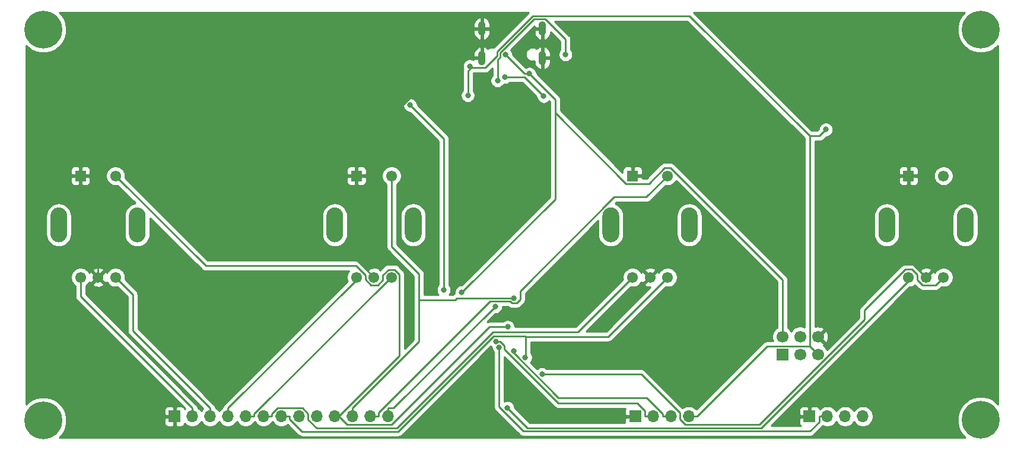
<source format=gbr>
%TF.GenerationSoftware,KiCad,Pcbnew,(5.1.10)-1*%
%TF.CreationDate,2021-08-23T16:24:53+02:00*%
%TF.ProjectId,Console,436f6e73-6f6c-4652-9e6b-696361645f70,v01*%
%TF.SameCoordinates,Original*%
%TF.FileFunction,Copper,L2,Bot*%
%TF.FilePolarity,Positive*%
%FSLAX46Y46*%
G04 Gerber Fmt 4.6, Leading zero omitted, Abs format (unit mm)*
G04 Created by KiCad (PCBNEW (5.1.10)-1) date 2021-08-23 16:24:53*
%MOMM*%
%LPD*%
G01*
G04 APERTURE LIST*
%TA.AperFunction,ComponentPad*%
%ADD10C,5.400000*%
%TD*%
%TA.AperFunction,ComponentPad*%
%ADD11C,1.700000*%
%TD*%
%TA.AperFunction,ComponentPad*%
%ADD12R,1.700000X1.700000*%
%TD*%
%TA.AperFunction,ComponentPad*%
%ADD13O,1.700000X1.700000*%
%TD*%
%TA.AperFunction,ComponentPad*%
%ADD14R,1.550000X1.550000*%
%TD*%
%TA.AperFunction,ComponentPad*%
%ADD15C,1.550000*%
%TD*%
%TA.AperFunction,ComponentPad*%
%ADD16O,1.050000X2.100000*%
%TD*%
%TA.AperFunction,ViaPad*%
%ADD17C,0.800000*%
%TD*%
%TA.AperFunction,Conductor*%
%ADD18C,0.250000*%
%TD*%
%TA.AperFunction,Conductor*%
%ADD19C,0.254000*%
%TD*%
%TA.AperFunction,Conductor*%
%ADD20C,0.100000*%
%TD*%
G04 APERTURE END LIST*
D10*
%TO.P,PAD4,1*%
%TO.N,N/C*%
X213131000Y-123634000D03*
%TD*%
%TO.P,PAD3,1*%
%TO.N,N/C*%
X79350000Y-123698000D03*
%TD*%
%TO.P,PAD2,1*%
%TO.N,N/C*%
X213131000Y-67881500D03*
%TD*%
%TO.P,PAD1,1*%
%TO.N,N/C*%
X79350000Y-67881500D03*
%TD*%
D11*
%TO.P,J1,6*%
%TO.N,GND*%
X189896000Y-111760000D03*
%TO.P,J1,5*%
%TO.N,RST*%
X189896000Y-114300000D03*
D12*
%TO.P,J1,1*%
%TO.N,MISO*%
X184816000Y-114300000D03*
D11*
%TO.P,J1,2*%
%TO.N,VCC*%
X184816000Y-111760000D03*
%TO.P,J1,3*%
%TO.N,SCK*%
X187356000Y-114300000D03*
%TO.P,J1,4*%
%TO.N,MOSI*%
X187356000Y-111760000D03*
%TD*%
D13*
%TO.P,J4,4*%
%TO.N,RST*%
X171450000Y-123126000D03*
%TO.P,J4,3*%
%TO.N,TX*%
X168910000Y-123126000D03*
%TO.P,J4,2*%
%TO.N,RX*%
X166370000Y-123126000D03*
D12*
%TO.P,J4,1*%
%TO.N,GND*%
X163830000Y-123126000D03*
%TD*%
D13*
%TO.P,J3,13*%
%TO.N,BTN4*%
X128557000Y-123126000D03*
%TO.P,J3,12*%
%TO.N,BTN3*%
X126017000Y-123126000D03*
%TO.P,J3,11*%
%TO.N,BTN2*%
X123477000Y-123126000D03*
%TO.P,J3,10*%
%TO.N,BTN1*%
X120937000Y-123126000D03*
%TO.P,J3,9*%
%TO.N,ENC4B*%
X118397000Y-123126000D03*
%TO.P,J3,8*%
%TO.N,ENC4A*%
X115857000Y-123126000D03*
%TO.P,J3,7*%
%TO.N,ENC3B*%
X113317000Y-123126000D03*
%TO.P,J3,6*%
%TO.N,ENC3A*%
X110777000Y-123126000D03*
%TO.P,J3,5*%
%TO.N,ENC2B*%
X108237000Y-123126000D03*
%TO.P,J3,4*%
%TO.N,ENC2A*%
X105697000Y-123126000D03*
%TO.P,J3,3*%
%TO.N,ENC1B*%
X103157000Y-123126000D03*
%TO.P,J3,2*%
%TO.N,ENC1A*%
X100617000Y-123126000D03*
D12*
%TO.P,J3,1*%
%TO.N,GND*%
X98077000Y-123126000D03*
%TD*%
D13*
%TO.P,J5,4*%
%TO.N,VCC*%
X196309000Y-123126000D03*
%TO.P,J5,3*%
%TO.N,SCL*%
X193769000Y-123126000D03*
%TO.P,J5,2*%
%TO.N,SDA*%
X191229000Y-123126000D03*
D12*
%TO.P,J5,1*%
%TO.N,GND*%
X188689000Y-123126000D03*
%TD*%
D14*
%TO.P,SW1,S1*%
%TO.N,GND*%
X84655000Y-88773800D03*
D15*
%TO.P,SW1,S2*%
%TO.N,BTN1*%
X89655000Y-88773800D03*
%TO.P,SW1,A*%
%TO.N,ENC1A*%
X84655000Y-103273800D03*
%TO.P,SW1,C*%
%TO.N,GND*%
X87155000Y-103273800D03*
%TO.P,SW1,B*%
%TO.N,ENC1B*%
X89655000Y-103273800D03*
%TO.P,SW1,3*%
%TO.N,N/C*%
%TA.AperFunction,ComponentPad*%
G36*
G01*
X80355000Y-97073800D02*
X80355000Y-94473800D01*
G75*
G02*
X81555000Y-93273800I1200000J0D01*
G01*
X81555000Y-93273800D01*
G75*
G02*
X82755000Y-94473800I0J-1200000D01*
G01*
X82755000Y-97073800D01*
G75*
G02*
X81555000Y-98273800I-1200000J0D01*
G01*
X81555000Y-98273800D01*
G75*
G02*
X80355000Y-97073800I0J1200000D01*
G01*
G37*
%TD.AperFunction*%
%TO.P,SW1,4*%
%TA.AperFunction,ComponentPad*%
G36*
G01*
X91555000Y-97073800D02*
X91555000Y-94473800D01*
G75*
G02*
X92755000Y-93273800I1200000J0D01*
G01*
X92755000Y-93273800D01*
G75*
G02*
X93955000Y-94473800I0J-1200000D01*
G01*
X93955000Y-97073800D01*
G75*
G02*
X92755000Y-98273800I-1200000J0D01*
G01*
X92755000Y-98273800D01*
G75*
G02*
X91555000Y-97073800I0J1200000D01*
G01*
G37*
%TD.AperFunction*%
%TD*%
D16*
%TO.P,J2,S1*%
%TO.N,GND*%
X150573000Y-71947200D03*
%TO.P,J2,S2*%
X141933000Y-71947200D03*
%TO.P,J2,S3*%
X150573000Y-67767200D03*
%TO.P,J2,S4*%
X141933000Y-67767200D03*
%TD*%
%TO.P,SW2,4*%
%TO.N,N/C*%
%TA.AperFunction,ComponentPad*%
G36*
G01*
X130945000Y-97073800D02*
X130945000Y-94473800D01*
G75*
G02*
X132145000Y-93273800I1200000J0D01*
G01*
X132145000Y-93273800D01*
G75*
G02*
X133345000Y-94473800I0J-1200000D01*
G01*
X133345000Y-97073800D01*
G75*
G02*
X132145000Y-98273800I-1200000J0D01*
G01*
X132145000Y-98273800D01*
G75*
G02*
X130945000Y-97073800I0J1200000D01*
G01*
G37*
%TD.AperFunction*%
%TO.P,SW2,3*%
%TA.AperFunction,ComponentPad*%
G36*
G01*
X119745000Y-97073800D02*
X119745000Y-94473800D01*
G75*
G02*
X120945000Y-93273800I1200000J0D01*
G01*
X120945000Y-93273800D01*
G75*
G02*
X122145000Y-94473800I0J-1200000D01*
G01*
X122145000Y-97073800D01*
G75*
G02*
X120945000Y-98273800I-1200000J0D01*
G01*
X120945000Y-98273800D01*
G75*
G02*
X119745000Y-97073800I0J1200000D01*
G01*
G37*
%TD.AperFunction*%
D15*
%TO.P,SW2,B*%
%TO.N,ENC2B*%
X129045000Y-103273800D03*
%TO.P,SW2,C*%
%TO.N,GND*%
X126545000Y-103273800D03*
%TO.P,SW2,A*%
%TO.N,ENC2A*%
X124045000Y-103273800D03*
%TO.P,SW2,S2*%
%TO.N,BTN2*%
X129045000Y-88773800D03*
D14*
%TO.P,SW2,S1*%
%TO.N,GND*%
X124045000Y-88773800D03*
%TD*%
%TO.P,SW3,S1*%
%TO.N,GND*%
X163436000Y-88773800D03*
D15*
%TO.P,SW3,S2*%
%TO.N,BTN3*%
X168436000Y-88773800D03*
%TO.P,SW3,A*%
%TO.N,ENC3A*%
X163436000Y-103273800D03*
%TO.P,SW3,C*%
%TO.N,GND*%
X165936000Y-103273800D03*
%TO.P,SW3,B*%
%TO.N,ENC3B*%
X168436000Y-103273800D03*
%TO.P,SW3,3*%
%TO.N,N/C*%
%TA.AperFunction,ComponentPad*%
G36*
G01*
X159136000Y-97073800D02*
X159136000Y-94473800D01*
G75*
G02*
X160336000Y-93273800I1200000J0D01*
G01*
X160336000Y-93273800D01*
G75*
G02*
X161536000Y-94473800I0J-1200000D01*
G01*
X161536000Y-97073800D01*
G75*
G02*
X160336000Y-98273800I-1200000J0D01*
G01*
X160336000Y-98273800D01*
G75*
G02*
X159136000Y-97073800I0J1200000D01*
G01*
G37*
%TD.AperFunction*%
%TO.P,SW3,4*%
%TA.AperFunction,ComponentPad*%
G36*
G01*
X170336000Y-97073800D02*
X170336000Y-94473800D01*
G75*
G02*
X171536000Y-93273800I1200000J0D01*
G01*
X171536000Y-93273800D01*
G75*
G02*
X172736000Y-94473800I0J-1200000D01*
G01*
X172736000Y-97073800D01*
G75*
G02*
X171536000Y-98273800I-1200000J0D01*
G01*
X171536000Y-98273800D01*
G75*
G02*
X170336000Y-97073800I0J1200000D01*
G01*
G37*
%TD.AperFunction*%
%TD*%
%TO.P,SW4,4*%
%TO.N,N/C*%
%TA.AperFunction,ComponentPad*%
G36*
G01*
X209726000Y-97073800D02*
X209726000Y-94473800D01*
G75*
G02*
X210926000Y-93273800I1200000J0D01*
G01*
X210926000Y-93273800D01*
G75*
G02*
X212126000Y-94473800I0J-1200000D01*
G01*
X212126000Y-97073800D01*
G75*
G02*
X210926000Y-98273800I-1200000J0D01*
G01*
X210926000Y-98273800D01*
G75*
G02*
X209726000Y-97073800I0J1200000D01*
G01*
G37*
%TD.AperFunction*%
%TO.P,SW4,3*%
%TA.AperFunction,ComponentPad*%
G36*
G01*
X198526000Y-97073800D02*
X198526000Y-94473800D01*
G75*
G02*
X199726000Y-93273800I1200000J0D01*
G01*
X199726000Y-93273800D01*
G75*
G02*
X200926000Y-94473800I0J-1200000D01*
G01*
X200926000Y-97073800D01*
G75*
G02*
X199726000Y-98273800I-1200000J0D01*
G01*
X199726000Y-98273800D01*
G75*
G02*
X198526000Y-97073800I0J1200000D01*
G01*
G37*
%TD.AperFunction*%
%TO.P,SW4,B*%
%TO.N,ENC4B*%
X207826000Y-103273800D03*
%TO.P,SW4,C*%
%TO.N,GND*%
X205326000Y-103273800D03*
%TO.P,SW4,A*%
%TO.N,ENC4A*%
X202826000Y-103273800D03*
%TO.P,SW4,S2*%
%TO.N,BTN4*%
X207826000Y-88773800D03*
D14*
%TO.P,SW4,S1*%
%TO.N,GND*%
X202826000Y-88773800D03*
%TD*%
D17*
%TO.N,VCC*%
X145295300Y-71491300D03*
X148730400Y-74199200D03*
X139065000Y-105410000D03*
%TO.N,RST*%
X140214500Y-73121700D03*
X191029200Y-82166000D03*
X139935200Y-77292200D03*
%TO.N,Net-(J2-PadA6)*%
X153879200Y-71455800D03*
X144180100Y-75176900D03*
%TO.N,Net-(J2-PadB6)*%
X150766500Y-77413600D03*
X145227800Y-74656400D03*
%TO.N,BTN4*%
X143853200Y-107418700D03*
%TO.N,BTN2*%
X146526600Y-106216500D03*
%TO.N,BTN1*%
X145622700Y-110354800D03*
%TO.N,ENC4B*%
X150528700Y-117113000D03*
%TO.N,ENC4A*%
X145580700Y-121897400D03*
%TO.N,ENC3B*%
X148138100Y-114713700D03*
%TO.N,TX*%
X131701000Y-78680200D03*
X146454400Y-113806600D03*
X136495120Y-105045330D03*
%TO.N,RX*%
X143909100Y-112396100D03*
%TO.N,SDA*%
X144410900Y-113309100D03*
%TD*%
D18*
%TO.N,GND*%
X141933000Y-67767200D02*
X141933000Y-71947200D01*
X202826000Y-100773800D02*
X205326000Y-103273800D01*
X202826000Y-88773800D02*
X202826000Y-100773800D01*
X189896000Y-111760000D02*
X200882200Y-100773800D01*
X200882200Y-100773800D02*
X202826000Y-100773800D01*
X141933000Y-71947200D02*
X137342400Y-71947200D01*
X137342400Y-71947200D02*
X124045000Y-85244600D01*
X124045000Y-85244600D02*
X124045000Y-88773800D01*
X84655000Y-88773800D02*
X84655000Y-89874100D01*
X87155000Y-103273800D02*
X87155000Y-92374100D01*
X87155000Y-92374100D02*
X84655000Y-89874100D01*
X150573000Y-67767200D02*
X150471700Y-67868500D01*
X150471700Y-67868500D02*
X150471700Y-70470600D01*
X150471700Y-70470600D02*
X150573000Y-70571900D01*
X124045000Y-88773800D02*
X124045000Y-100773800D01*
X124045000Y-100773800D02*
X126545000Y-103273800D01*
X150573000Y-71947200D02*
X150573000Y-70571900D01*
X150573000Y-71947200D02*
X150573000Y-73322500D01*
X150573000Y-73322500D02*
X163436000Y-86185500D01*
X163436000Y-86185500D02*
X163436000Y-88773800D01*
%TO.N,VCC*%
X148730400Y-74199200D02*
X148003200Y-74199200D01*
X148003200Y-74199200D02*
X145295300Y-71491300D01*
X184816000Y-111760000D02*
X184816000Y-103589300D01*
X184816000Y-103589300D02*
X168882700Y-87656000D01*
X168882700Y-87656000D02*
X167982600Y-87656000D01*
X167982600Y-87656000D02*
X165763000Y-89875600D01*
X165763000Y-89875600D02*
X162521300Y-89875600D01*
X162521300Y-89875600D02*
X152409700Y-79764000D01*
X152409700Y-79764000D02*
X152409700Y-77878500D01*
X152409700Y-77878500D02*
X148730400Y-74199200D01*
X139065000Y-105410000D02*
X152400000Y-92075000D01*
X152400000Y-79773700D02*
X152409700Y-79764000D01*
X152400000Y-92075000D02*
X152400000Y-79773700D01*
%TO.N,RST*%
X171450000Y-123126000D02*
X172625300Y-123126000D01*
X188705400Y-113109400D02*
X189896000Y-114300000D01*
X188705400Y-83087100D02*
X188705400Y-113109400D01*
X172625300Y-123126000D02*
X182641900Y-113109400D01*
X182641900Y-113109400D02*
X188705400Y-113109400D01*
X188705400Y-83087100D02*
X171544400Y-65926100D01*
X171544400Y-65926100D02*
X149196300Y-65926100D01*
X149196300Y-65926100D02*
X144119700Y-71002700D01*
X144119700Y-71002700D02*
X144119700Y-71642900D01*
X144119700Y-71642900D02*
X142420400Y-73342200D01*
X142420400Y-73342200D02*
X140435000Y-73342200D01*
X191029200Y-82166000D02*
X190108100Y-83087100D01*
X190108100Y-83087100D02*
X188705400Y-83087100D01*
X140435000Y-73342200D02*
X139935200Y-73842000D01*
X139935200Y-73842000D02*
X139935200Y-77292200D01*
X140435000Y-73342200D02*
X140214500Y-73121700D01*
%TO.N,Net-(J2-PadA6)*%
X153879200Y-71455800D02*
X153879200Y-69279200D01*
X153879200Y-69279200D02*
X150976400Y-66376400D01*
X150976400Y-66376400D02*
X149384500Y-66376400D01*
X149384500Y-66376400D02*
X144570000Y-71190900D01*
X144570000Y-71190900D02*
X144570000Y-71829500D01*
X144570000Y-71829500D02*
X144180100Y-72219400D01*
X144180100Y-72219400D02*
X144180100Y-75176900D01*
%TO.N,Net-(J2-PadB6)*%
X145227800Y-74656400D02*
X148009300Y-74656400D01*
X148009300Y-74656400D02*
X150766500Y-77413600D01*
%TO.N,BTN4*%
X128557000Y-123126000D02*
X128557000Y-121950700D01*
X143853200Y-107418700D02*
X129321200Y-121950700D01*
X129321200Y-121950700D02*
X128557000Y-121950700D01*
%TO.N,BTN3*%
X127192300Y-123126000D02*
X127192300Y-122611800D01*
X127192300Y-122611800D02*
X143113200Y-106690900D01*
X143113200Y-106690900D02*
X145975300Y-106690900D01*
X145975300Y-106690900D02*
X146226200Y-106941800D01*
X146226200Y-106941800D02*
X146878400Y-106941800D01*
X146878400Y-106941800D02*
X147385500Y-106434700D01*
X147385500Y-106434700D02*
X147385500Y-105222000D01*
X147385500Y-105222000D02*
X160791400Y-91816100D01*
X160791400Y-91816100D02*
X165393700Y-91816100D01*
X165393700Y-91816100D02*
X168436000Y-88773800D01*
X126017000Y-123126000D02*
X127192300Y-123126000D01*
%TO.N,BTN2*%
X132970900Y-106529100D02*
X132970900Y-112456800D01*
X132970900Y-112456800D02*
X123477000Y-121950700D01*
X129045000Y-88773800D02*
X129045000Y-98858200D01*
X129045000Y-98858200D02*
X132970900Y-102784100D01*
X132970900Y-102784100D02*
X132970900Y-106529100D01*
X132970900Y-106529100D02*
X138070600Y-106529100D01*
X138070600Y-106529100D02*
X138383200Y-106216500D01*
X138383200Y-106216500D02*
X146526600Y-106216500D01*
X123477000Y-123126000D02*
X123477000Y-121950700D01*
%TO.N,BTN1*%
X145622700Y-110354800D02*
X143013800Y-110354800D01*
X143013800Y-110354800D02*
X129041900Y-124326700D01*
X129041900Y-124326700D02*
X122725400Y-124326700D01*
X122725400Y-124326700D02*
X121524700Y-123126000D01*
X89655000Y-88773800D02*
X102514100Y-101632900D01*
X102514100Y-101632900D02*
X124009200Y-101632900D01*
X124009200Y-101632900D02*
X125295000Y-102918700D01*
X125295000Y-102918700D02*
X125295000Y-103581700D01*
X125295000Y-103581700D02*
X126087500Y-104374200D01*
X126087500Y-104374200D02*
X127087900Y-104374200D01*
X127087900Y-104374200D02*
X127795000Y-103667100D01*
X127795000Y-103667100D02*
X127795000Y-102965900D01*
X127795000Y-102965900D02*
X128587500Y-102173400D01*
X128587500Y-102173400D02*
X129501100Y-102173400D01*
X129501100Y-102173400D02*
X130161600Y-102833900D01*
X130161600Y-102833900D02*
X130161600Y-114489100D01*
X130161600Y-114489100D02*
X121524700Y-123126000D01*
X120937000Y-123126000D02*
X121524700Y-123126000D01*
%TO.N,ENC4B*%
X207826000Y-103273800D02*
X206718500Y-104381300D01*
X206718500Y-104381300D02*
X204850100Y-104381300D01*
X204850100Y-104381300D02*
X204076000Y-103607200D01*
X204076000Y-103607200D02*
X204076000Y-102897300D01*
X204076000Y-102897300D02*
X203326100Y-102147400D01*
X203326100Y-102147400D02*
X202370700Y-102147400D01*
X202370700Y-102147400D02*
X196548900Y-107969200D01*
X196548900Y-107969200D02*
X196548900Y-109324900D01*
X196548900Y-109324900D02*
X181551300Y-124322500D01*
X181551300Y-124322500D02*
X170982400Y-124322500D01*
X170982400Y-124322500D02*
X170180000Y-123520100D01*
X170180000Y-123520100D02*
X170180000Y-122637300D01*
X170180000Y-122637300D02*
X164655700Y-117113000D01*
X164655700Y-117113000D02*
X150528700Y-117113000D01*
%TO.N,ENC4A*%
X202826000Y-103273800D02*
X202826000Y-103775100D01*
X202826000Y-103775100D02*
X181828200Y-124772900D01*
X181828200Y-124772900D02*
X148456200Y-124772900D01*
X148456200Y-124772900D02*
X145580700Y-121897400D01*
%TO.N,ENC3B*%
X114492300Y-123126000D02*
X114492300Y-123493300D01*
X114492300Y-123493300D02*
X116265600Y-125266600D01*
X116265600Y-125266600D02*
X130012700Y-125266600D01*
X130012700Y-125266600D02*
X143643400Y-111635900D01*
X143643400Y-111635900D02*
X148117400Y-111635900D01*
X148117400Y-111635900D02*
X148204300Y-111722800D01*
X148204300Y-111722800D02*
X148204300Y-114647500D01*
X148204300Y-114647500D02*
X148138100Y-114713700D01*
X148204300Y-111722800D02*
X159987000Y-111722800D01*
X159987000Y-111722800D02*
X168436000Y-103273800D01*
X113317000Y-123126000D02*
X114492300Y-123126000D01*
%TO.N,ENC3A*%
X111952300Y-123126000D02*
X111952300Y-122758600D01*
X111952300Y-122758600D02*
X112760200Y-121950700D01*
X112760200Y-121950700D02*
X116346000Y-121950700D01*
X116346000Y-121950700D02*
X117127000Y-122731700D01*
X117127000Y-122731700D02*
X117127000Y-123571900D01*
X117127000Y-123571900D02*
X118371400Y-124816300D01*
X118371400Y-124816300D02*
X129826000Y-124816300D01*
X129826000Y-124816300D02*
X143562200Y-111080100D01*
X143562200Y-111080100D02*
X155629700Y-111080100D01*
X155629700Y-111080100D02*
X163436000Y-103273800D01*
X110777000Y-123126000D02*
X111952300Y-123126000D01*
%TO.N,ENC2B*%
X108237000Y-123126000D02*
X109412300Y-123126000D01*
X129045000Y-103273800D02*
X128925400Y-103273800D01*
X128925400Y-103273800D02*
X109412300Y-122786900D01*
X109412300Y-122786900D02*
X109412300Y-123126000D01*
%TO.N,ENC2A*%
X124045000Y-103273800D02*
X124045000Y-103602700D01*
X124045000Y-103602700D02*
X105697000Y-121950700D01*
X105697000Y-123126000D02*
X105697000Y-121950700D01*
%TO.N,ENC1B*%
X103157000Y-123126000D02*
X103157000Y-121950700D01*
X89655000Y-103273800D02*
X92095500Y-105714300D01*
X92095500Y-105714300D02*
X92095600Y-105714300D01*
X92095600Y-105714300D02*
X92095600Y-110889300D01*
X92095600Y-110889300D02*
X103157000Y-121950700D01*
%TO.N,ENC1A*%
X100617000Y-123126000D02*
X100617000Y-121950700D01*
X84655000Y-103273800D02*
X84655000Y-105988700D01*
X84655000Y-105988700D02*
X100617000Y-121950700D01*
%TO.N,TX*%
X146454400Y-113806600D02*
X146454400Y-114064400D01*
X146454400Y-114064400D02*
X152880100Y-120490100D01*
X152880100Y-120490100D02*
X165466100Y-120490100D01*
X165466100Y-120490100D02*
X167734700Y-122758700D01*
X167734700Y-122758700D02*
X167734700Y-123126000D01*
X168910000Y-123126000D02*
X167734700Y-123126000D01*
X131701000Y-78680200D02*
X136495120Y-83474320D01*
X136495120Y-83474320D02*
X136495120Y-105045330D01*
%TO.N,RX*%
X165194700Y-123126000D02*
X165194700Y-122318000D01*
X165194700Y-122318000D02*
X164093900Y-121217200D01*
X164093900Y-121217200D02*
X152806500Y-121217200D01*
X152806500Y-121217200D02*
X145136200Y-113546900D01*
X145136200Y-113546900D02*
X145136200Y-113008600D01*
X145136200Y-113008600D02*
X144523700Y-112396100D01*
X144523700Y-112396100D02*
X143909100Y-112396100D01*
X166370000Y-123126000D02*
X165194700Y-123126000D01*
%TO.N,SDA*%
X190053700Y-123126000D02*
X190053700Y-123934000D01*
X190053700Y-123934000D02*
X188762600Y-125225100D01*
X188762600Y-125225100D02*
X147865200Y-125225100D01*
X147865200Y-125225100D02*
X144410900Y-121770800D01*
X144410900Y-121770800D02*
X144410900Y-113309100D01*
X191229000Y-123126000D02*
X190053700Y-123126000D01*
%TD*%
D19*
%TO.N,GND*%
X143608703Y-70438896D02*
X143586263Y-70457312D01*
X143460014Y-70432200D01*
X143265986Y-70432200D01*
X143075686Y-70470053D01*
X142896428Y-70544304D01*
X142777507Y-70623765D01*
X142663441Y-70512153D01*
X142471864Y-70387137D01*
X142238810Y-70303236D01*
X142060000Y-70429037D01*
X142060000Y-71820200D01*
X142080000Y-71820200D01*
X142080000Y-72074200D01*
X142060000Y-72074200D01*
X142060000Y-72094200D01*
X141806000Y-72094200D01*
X141806000Y-72074200D01*
X140773000Y-72074200D01*
X140773000Y-72250094D01*
X140704756Y-72204495D01*
X140516398Y-72126474D01*
X140316439Y-72086700D01*
X140112561Y-72086700D01*
X139912602Y-72126474D01*
X139724244Y-72204495D01*
X139554726Y-72317763D01*
X139410563Y-72461926D01*
X139297295Y-72631444D01*
X139219274Y-72819802D01*
X139179500Y-73019761D01*
X139179500Y-73223639D01*
X139219274Y-73423598D01*
X139253247Y-73505615D01*
X139231673Y-73545976D01*
X139229654Y-73549754D01*
X139186197Y-73693015D01*
X139175200Y-73804668D01*
X139175200Y-73804678D01*
X139171524Y-73842000D01*
X139175200Y-73879323D01*
X139175201Y-76588488D01*
X139131263Y-76632426D01*
X139017995Y-76801944D01*
X138939974Y-76990302D01*
X138900200Y-77190261D01*
X138900200Y-77394139D01*
X138939974Y-77594098D01*
X139017995Y-77782456D01*
X139131263Y-77951974D01*
X139275426Y-78096137D01*
X139444944Y-78209405D01*
X139633302Y-78287426D01*
X139833261Y-78327200D01*
X140037139Y-78327200D01*
X140237098Y-78287426D01*
X140425456Y-78209405D01*
X140594974Y-78096137D01*
X140739137Y-77951974D01*
X140852405Y-77782456D01*
X140930426Y-77594098D01*
X140970200Y-77394139D01*
X140970200Y-77190261D01*
X140930426Y-76990302D01*
X140852405Y-76801944D01*
X140739137Y-76632426D01*
X140695200Y-76588489D01*
X140695200Y-74156801D01*
X140749801Y-74102200D01*
X142383078Y-74102200D01*
X142420400Y-74105876D01*
X142457722Y-74102200D01*
X142457733Y-74102200D01*
X142569386Y-74091203D01*
X142712647Y-74047746D01*
X142844676Y-73977174D01*
X142960401Y-73882201D01*
X142984204Y-73853197D01*
X143420100Y-73417301D01*
X143420101Y-74473188D01*
X143376163Y-74517126D01*
X143262895Y-74686644D01*
X143184874Y-74875002D01*
X143145100Y-75074961D01*
X143145100Y-75278839D01*
X143184874Y-75478798D01*
X143262895Y-75667156D01*
X143376163Y-75836674D01*
X143520326Y-75980837D01*
X143689844Y-76094105D01*
X143878202Y-76172126D01*
X144078161Y-76211900D01*
X144282039Y-76211900D01*
X144481998Y-76172126D01*
X144670356Y-76094105D01*
X144839874Y-75980837D01*
X144984037Y-75836674D01*
X145086356Y-75683542D01*
X145125861Y-75691400D01*
X145329739Y-75691400D01*
X145529698Y-75651626D01*
X145718056Y-75573605D01*
X145887574Y-75460337D01*
X145931511Y-75416400D01*
X147694499Y-75416400D01*
X149731500Y-77453402D01*
X149731500Y-77515539D01*
X149771274Y-77715498D01*
X149849295Y-77903856D01*
X149962563Y-78073374D01*
X150106726Y-78217537D01*
X150276244Y-78330805D01*
X150464602Y-78408826D01*
X150664561Y-78448600D01*
X150868439Y-78448600D01*
X151068398Y-78408826D01*
X151256756Y-78330805D01*
X151426274Y-78217537D01*
X151550105Y-78093706D01*
X151649701Y-78193303D01*
X151649700Y-79637893D01*
X151636324Y-79773700D01*
X151640001Y-79811032D01*
X151640000Y-91760198D01*
X139025199Y-104375000D01*
X138963061Y-104375000D01*
X138763102Y-104414774D01*
X138574744Y-104492795D01*
X138405226Y-104606063D01*
X138261063Y-104750226D01*
X138147795Y-104919744D01*
X138069774Y-105108102D01*
X138030000Y-105308061D01*
X138030000Y-105511939D01*
X138035681Y-105540498D01*
X137958924Y-105581526D01*
X137843199Y-105676499D01*
X137819396Y-105705503D01*
X137755799Y-105769100D01*
X137235061Y-105769100D01*
X137299057Y-105705104D01*
X137412325Y-105535586D01*
X137490346Y-105347228D01*
X137530120Y-105147269D01*
X137530120Y-104943391D01*
X137490346Y-104743432D01*
X137412325Y-104555074D01*
X137299057Y-104385556D01*
X137255120Y-104341619D01*
X137255120Y-83511653D01*
X137258797Y-83474320D01*
X137244123Y-83325334D01*
X137200666Y-83182073D01*
X137130094Y-83050044D01*
X137058919Y-82963317D01*
X137035121Y-82934319D01*
X137006124Y-82910522D01*
X132736000Y-78640399D01*
X132736000Y-78578261D01*
X132696226Y-78378302D01*
X132618205Y-78189944D01*
X132504937Y-78020426D01*
X132360774Y-77876263D01*
X132191256Y-77762995D01*
X132002898Y-77684974D01*
X131802939Y-77645200D01*
X131599061Y-77645200D01*
X131399102Y-77684974D01*
X131210744Y-77762995D01*
X131041226Y-77876263D01*
X130897063Y-78020426D01*
X130783795Y-78189944D01*
X130705774Y-78378302D01*
X130666000Y-78578261D01*
X130666000Y-78782139D01*
X130705774Y-78982098D01*
X130783795Y-79170456D01*
X130897063Y-79339974D01*
X131041226Y-79484137D01*
X131210744Y-79597405D01*
X131399102Y-79675426D01*
X131599061Y-79715200D01*
X131661199Y-79715200D01*
X135735120Y-83789122D01*
X135735121Y-104341618D01*
X135691183Y-104385556D01*
X135577915Y-104555074D01*
X135499894Y-104743432D01*
X135460120Y-104943391D01*
X135460120Y-105147269D01*
X135499894Y-105347228D01*
X135577915Y-105535586D01*
X135691183Y-105705104D01*
X135755179Y-105769100D01*
X133730900Y-105769100D01*
X133730900Y-102821422D01*
X133734576Y-102784099D01*
X133730900Y-102746776D01*
X133730900Y-102746767D01*
X133719903Y-102635114D01*
X133676446Y-102491853D01*
X133666382Y-102473024D01*
X133605874Y-102359823D01*
X133534699Y-102273097D01*
X133510901Y-102244099D01*
X133481904Y-102220302D01*
X129805000Y-98543399D01*
X129805000Y-94473800D01*
X130306927Y-94473800D01*
X130306927Y-97073800D01*
X130342245Y-97432390D01*
X130446842Y-97777200D01*
X130616698Y-98094978D01*
X130845286Y-98373513D01*
X131123821Y-98602101D01*
X131441599Y-98771957D01*
X131786409Y-98876554D01*
X132144999Y-98911872D01*
X132145001Y-98911872D01*
X132503591Y-98876554D01*
X132848401Y-98771957D01*
X133166179Y-98602101D01*
X133444714Y-98373513D01*
X133673302Y-98094978D01*
X133843158Y-97777200D01*
X133947755Y-97432390D01*
X133983073Y-97073800D01*
X133983073Y-94473800D01*
X133947755Y-94115210D01*
X133843158Y-93770400D01*
X133673302Y-93452622D01*
X133444714Y-93174087D01*
X133166179Y-92945499D01*
X132848401Y-92775643D01*
X132503591Y-92671046D01*
X132145001Y-92635728D01*
X132144999Y-92635728D01*
X131786409Y-92671046D01*
X131441599Y-92775643D01*
X131123821Y-92945499D01*
X130845286Y-93174087D01*
X130616698Y-93452622D01*
X130446842Y-93770400D01*
X130342245Y-94115210D01*
X130306927Y-94473800D01*
X129805000Y-94473800D01*
X129805000Y-89961776D01*
X129943822Y-89869018D01*
X130140218Y-89672622D01*
X130294525Y-89441685D01*
X130400814Y-89185082D01*
X130455000Y-88912673D01*
X130455000Y-88634927D01*
X130400814Y-88362518D01*
X130294525Y-88105915D01*
X130140218Y-87874978D01*
X129943822Y-87678582D01*
X129712885Y-87524275D01*
X129456282Y-87417986D01*
X129183873Y-87363800D01*
X128906127Y-87363800D01*
X128633718Y-87417986D01*
X128377115Y-87524275D01*
X128146178Y-87678582D01*
X127949782Y-87874978D01*
X127795475Y-88105915D01*
X127689186Y-88362518D01*
X127635000Y-88634927D01*
X127635000Y-88912673D01*
X127689186Y-89185082D01*
X127795475Y-89441685D01*
X127949782Y-89672622D01*
X128146178Y-89869018D01*
X128285000Y-89961776D01*
X128285001Y-98820868D01*
X128281324Y-98858200D01*
X128295998Y-99007185D01*
X128339454Y-99150446D01*
X128410026Y-99282476D01*
X128481201Y-99369202D01*
X128505000Y-99398201D01*
X128533998Y-99421999D01*
X132210900Y-103098902D01*
X132210901Y-106491757D01*
X132207223Y-106529100D01*
X132210900Y-106566433D01*
X132210901Y-112141997D01*
X130921600Y-113431298D01*
X130921600Y-102871222D01*
X130925276Y-102833899D01*
X130921600Y-102796576D01*
X130921600Y-102796567D01*
X130910603Y-102684914D01*
X130867146Y-102541653D01*
X130841901Y-102494424D01*
X130796574Y-102409623D01*
X130725399Y-102322897D01*
X130701601Y-102293899D01*
X130672604Y-102270102D01*
X130064903Y-101662402D01*
X130041101Y-101633399D01*
X129925376Y-101538426D01*
X129793347Y-101467854D01*
X129650086Y-101424397D01*
X129538433Y-101413400D01*
X129538422Y-101413400D01*
X129501100Y-101409724D01*
X129463778Y-101413400D01*
X128624822Y-101413400D01*
X128587499Y-101409724D01*
X128550176Y-101413400D01*
X128550167Y-101413400D01*
X128438514Y-101424397D01*
X128295253Y-101467854D01*
X128163224Y-101538426D01*
X128047499Y-101633399D01*
X128023701Y-101662398D01*
X127480060Y-102206040D01*
X127456606Y-102182586D01*
X127340243Y-102298949D01*
X127271690Y-102057532D01*
X127020444Y-101939132D01*
X126750929Y-101872022D01*
X126473498Y-101858782D01*
X126198816Y-101899921D01*
X125937438Y-101993857D01*
X125818310Y-102057532D01*
X125749822Y-102298720D01*
X124573004Y-101121903D01*
X124549201Y-101092899D01*
X124433476Y-100997926D01*
X124301447Y-100927354D01*
X124158186Y-100883897D01*
X124046533Y-100872900D01*
X124046522Y-100872900D01*
X124009200Y-100869224D01*
X123971878Y-100872900D01*
X102828902Y-100872900D01*
X96429802Y-94473800D01*
X119106927Y-94473800D01*
X119106927Y-97073800D01*
X119142245Y-97432390D01*
X119246842Y-97777200D01*
X119416698Y-98094978D01*
X119645286Y-98373513D01*
X119923821Y-98602101D01*
X120241599Y-98771957D01*
X120586409Y-98876554D01*
X120944999Y-98911872D01*
X120945001Y-98911872D01*
X121303591Y-98876554D01*
X121648401Y-98771957D01*
X121966179Y-98602101D01*
X122244714Y-98373513D01*
X122473302Y-98094978D01*
X122643158Y-97777200D01*
X122747755Y-97432390D01*
X122783073Y-97073800D01*
X122783073Y-94473800D01*
X122747755Y-94115210D01*
X122643158Y-93770400D01*
X122473302Y-93452622D01*
X122244714Y-93174087D01*
X121966179Y-92945499D01*
X121648401Y-92775643D01*
X121303591Y-92671046D01*
X120945001Y-92635728D01*
X120944999Y-92635728D01*
X120586409Y-92671046D01*
X120241599Y-92775643D01*
X119923821Y-92945499D01*
X119645286Y-93174087D01*
X119416698Y-93452622D01*
X119246842Y-93770400D01*
X119142245Y-94115210D01*
X119106927Y-94473800D01*
X96429802Y-94473800D01*
X91504802Y-89548800D01*
X122631928Y-89548800D01*
X122644188Y-89673282D01*
X122680498Y-89792980D01*
X122739463Y-89903294D01*
X122818815Y-89999985D01*
X122915506Y-90079337D01*
X123025820Y-90138302D01*
X123145518Y-90174612D01*
X123270000Y-90186872D01*
X123759250Y-90183800D01*
X123918000Y-90025050D01*
X123918000Y-88900800D01*
X124172000Y-88900800D01*
X124172000Y-90025050D01*
X124330750Y-90183800D01*
X124820000Y-90186872D01*
X124944482Y-90174612D01*
X125064180Y-90138302D01*
X125174494Y-90079337D01*
X125271185Y-89999985D01*
X125350537Y-89903294D01*
X125409502Y-89792980D01*
X125445812Y-89673282D01*
X125458072Y-89548800D01*
X125455000Y-89059550D01*
X125296250Y-88900800D01*
X124172000Y-88900800D01*
X123918000Y-88900800D01*
X122793750Y-88900800D01*
X122635000Y-89059550D01*
X122631928Y-89548800D01*
X91504802Y-89548800D01*
X91032427Y-89076426D01*
X91065000Y-88912673D01*
X91065000Y-88634927D01*
X91010814Y-88362518D01*
X90904525Y-88105915D01*
X90832954Y-87998800D01*
X122631928Y-87998800D01*
X122635000Y-88488050D01*
X122793750Y-88646800D01*
X123918000Y-88646800D01*
X123918000Y-87522550D01*
X124172000Y-87522550D01*
X124172000Y-88646800D01*
X125296250Y-88646800D01*
X125455000Y-88488050D01*
X125458072Y-87998800D01*
X125445812Y-87874318D01*
X125409502Y-87754620D01*
X125350537Y-87644306D01*
X125271185Y-87547615D01*
X125174494Y-87468263D01*
X125064180Y-87409298D01*
X124944482Y-87372988D01*
X124820000Y-87360728D01*
X124330750Y-87363800D01*
X124172000Y-87522550D01*
X123918000Y-87522550D01*
X123759250Y-87363800D01*
X123270000Y-87360728D01*
X123145518Y-87372988D01*
X123025820Y-87409298D01*
X122915506Y-87468263D01*
X122818815Y-87547615D01*
X122739463Y-87644306D01*
X122680498Y-87754620D01*
X122644188Y-87874318D01*
X122631928Y-87998800D01*
X90832954Y-87998800D01*
X90750218Y-87874978D01*
X90553822Y-87678582D01*
X90322885Y-87524275D01*
X90066282Y-87417986D01*
X89793873Y-87363800D01*
X89516127Y-87363800D01*
X89243718Y-87417986D01*
X88987115Y-87524275D01*
X88756178Y-87678582D01*
X88559782Y-87874978D01*
X88405475Y-88105915D01*
X88299186Y-88362518D01*
X88245000Y-88634927D01*
X88245000Y-88912673D01*
X88299186Y-89185082D01*
X88405475Y-89441685D01*
X88559782Y-89672622D01*
X88756178Y-89869018D01*
X88987115Y-90023325D01*
X89243718Y-90129614D01*
X89516127Y-90183800D01*
X89793873Y-90183800D01*
X89957626Y-90151227D01*
X92470179Y-92663780D01*
X92396409Y-92671046D01*
X92051599Y-92775643D01*
X91733821Y-92945499D01*
X91455286Y-93174087D01*
X91226698Y-93452622D01*
X91056842Y-93770400D01*
X90952245Y-94115210D01*
X90916927Y-94473800D01*
X90916927Y-97073800D01*
X90952245Y-97432390D01*
X91056842Y-97777200D01*
X91226698Y-98094978D01*
X91455286Y-98373513D01*
X91733821Y-98602101D01*
X92051599Y-98771957D01*
X92396409Y-98876554D01*
X92754999Y-98911872D01*
X92755001Y-98911872D01*
X93113591Y-98876554D01*
X93458401Y-98771957D01*
X93776179Y-98602101D01*
X94054714Y-98373513D01*
X94283302Y-98094978D01*
X94453158Y-97777200D01*
X94557755Y-97432390D01*
X94593073Y-97073800D01*
X94593073Y-94786674D01*
X101950300Y-102143902D01*
X101974099Y-102172901D01*
X102089824Y-102267874D01*
X102221853Y-102338446D01*
X102365114Y-102381903D01*
X102409727Y-102386297D01*
X102514100Y-102396577D01*
X102551433Y-102392900D01*
X122937807Y-102392900D01*
X122795475Y-102605915D01*
X122689186Y-102862518D01*
X122635000Y-103134927D01*
X122635000Y-103412673D01*
X122689186Y-103685082D01*
X122747363Y-103825534D01*
X105185998Y-121386901D01*
X105157000Y-121410699D01*
X105133202Y-121439697D01*
X105133201Y-121439698D01*
X105062026Y-121526424D01*
X104991454Y-121658454D01*
X104979438Y-121698068D01*
X104947998Y-121801714D01*
X104943912Y-121843203D01*
X104750368Y-121972525D01*
X104543525Y-122179368D01*
X104427000Y-122353760D01*
X104310475Y-122179368D01*
X104103632Y-121972525D01*
X103910089Y-121843204D01*
X103906003Y-121801714D01*
X103862546Y-121658453D01*
X103858128Y-121650188D01*
X103791974Y-121526423D01*
X103720799Y-121439697D01*
X103697001Y-121410699D01*
X103668003Y-121386901D01*
X92855600Y-110574499D01*
X92855600Y-105751633D01*
X92859277Y-105714300D01*
X92844603Y-105565314D01*
X92801146Y-105422053D01*
X92730574Y-105290024D01*
X92635601Y-105174299D01*
X92606045Y-105150043D01*
X91032427Y-103576426D01*
X91065000Y-103412673D01*
X91065000Y-103134927D01*
X91010814Y-102862518D01*
X90904525Y-102605915D01*
X90750218Y-102374978D01*
X90553822Y-102178582D01*
X90322885Y-102024275D01*
X90066282Y-101917986D01*
X89793873Y-101863800D01*
X89516127Y-101863800D01*
X89243718Y-101917986D01*
X88987115Y-102024275D01*
X88756178Y-102178582D01*
X88559782Y-102374978D01*
X88405475Y-102605915D01*
X88404263Y-102608840D01*
X88371268Y-102547110D01*
X88129849Y-102478556D01*
X87334605Y-103273800D01*
X88129849Y-104069044D01*
X88371268Y-104000490D01*
X88402437Y-103934350D01*
X88405475Y-103941685D01*
X88559782Y-104172622D01*
X88756178Y-104369018D01*
X88987115Y-104523325D01*
X89243718Y-104629614D01*
X89516127Y-104683800D01*
X89793873Y-104683800D01*
X89957626Y-104651227D01*
X91335600Y-106029202D01*
X91335601Y-110851968D01*
X91331924Y-110889300D01*
X91335601Y-110926633D01*
X91346598Y-111038286D01*
X91359282Y-111080100D01*
X91390054Y-111181546D01*
X91460626Y-111313576D01*
X91508858Y-111372346D01*
X91555600Y-111429301D01*
X91584598Y-111453099D01*
X102157196Y-122025697D01*
X102003525Y-122179368D01*
X101887000Y-122353760D01*
X101770475Y-122179368D01*
X101563632Y-121972525D01*
X101370089Y-121843204D01*
X101366003Y-121801714D01*
X101322546Y-121658453D01*
X101318128Y-121650188D01*
X101251974Y-121526423D01*
X101180799Y-121439697D01*
X101157001Y-121410699D01*
X101128003Y-121386901D01*
X85415000Y-105673899D01*
X85415000Y-104461776D01*
X85553822Y-104369018D01*
X85674191Y-104248649D01*
X86359756Y-104248649D01*
X86428310Y-104490068D01*
X86679556Y-104608468D01*
X86949071Y-104675578D01*
X87226502Y-104688818D01*
X87501184Y-104647679D01*
X87762562Y-104553743D01*
X87881690Y-104490068D01*
X87950244Y-104248649D01*
X87155000Y-103453405D01*
X86359756Y-104248649D01*
X85674191Y-104248649D01*
X85750218Y-104172622D01*
X85904525Y-103941685D01*
X85905737Y-103938760D01*
X85938732Y-104000490D01*
X86180151Y-104069044D01*
X86975395Y-103273800D01*
X86180151Y-102478556D01*
X85938732Y-102547110D01*
X85907563Y-102613250D01*
X85904525Y-102605915D01*
X85750218Y-102374978D01*
X85674191Y-102298951D01*
X86359756Y-102298951D01*
X87155000Y-103094195D01*
X87950244Y-102298951D01*
X87881690Y-102057532D01*
X87630444Y-101939132D01*
X87360929Y-101872022D01*
X87083498Y-101858782D01*
X86808816Y-101899921D01*
X86547438Y-101993857D01*
X86428310Y-102057532D01*
X86359756Y-102298951D01*
X85674191Y-102298951D01*
X85553822Y-102178582D01*
X85322885Y-102024275D01*
X85066282Y-101917986D01*
X84793873Y-101863800D01*
X84516127Y-101863800D01*
X84243718Y-101917986D01*
X83987115Y-102024275D01*
X83756178Y-102178582D01*
X83559782Y-102374978D01*
X83405475Y-102605915D01*
X83299186Y-102862518D01*
X83245000Y-103134927D01*
X83245000Y-103412673D01*
X83299186Y-103685082D01*
X83405475Y-103941685D01*
X83559782Y-104172622D01*
X83756178Y-104369018D01*
X83895000Y-104461776D01*
X83895001Y-105951368D01*
X83891324Y-105988700D01*
X83895001Y-106026033D01*
X83905998Y-106137686D01*
X83910006Y-106150899D01*
X83949454Y-106280946D01*
X84020026Y-106412976D01*
X84070354Y-106474300D01*
X84115000Y-106528701D01*
X84143998Y-106552499D01*
X99617196Y-122025697D01*
X99538513Y-122104380D01*
X99516502Y-122031820D01*
X99457537Y-121921506D01*
X99378185Y-121824815D01*
X99281494Y-121745463D01*
X99171180Y-121686498D01*
X99051482Y-121650188D01*
X98927000Y-121637928D01*
X98362750Y-121641000D01*
X98204000Y-121799750D01*
X98204000Y-122999000D01*
X98224000Y-122999000D01*
X98224000Y-123253000D01*
X98204000Y-123253000D01*
X98204000Y-124452250D01*
X98362750Y-124611000D01*
X98927000Y-124614072D01*
X99051482Y-124601812D01*
X99171180Y-124565502D01*
X99281494Y-124506537D01*
X99378185Y-124427185D01*
X99457537Y-124330494D01*
X99516502Y-124220180D01*
X99538513Y-124147620D01*
X99670368Y-124279475D01*
X99913589Y-124441990D01*
X100183842Y-124553932D01*
X100470740Y-124611000D01*
X100763260Y-124611000D01*
X101050158Y-124553932D01*
X101320411Y-124441990D01*
X101563632Y-124279475D01*
X101770475Y-124072632D01*
X101887000Y-123898240D01*
X102003525Y-124072632D01*
X102210368Y-124279475D01*
X102453589Y-124441990D01*
X102723842Y-124553932D01*
X103010740Y-124611000D01*
X103303260Y-124611000D01*
X103590158Y-124553932D01*
X103860411Y-124441990D01*
X104103632Y-124279475D01*
X104310475Y-124072632D01*
X104427000Y-123898240D01*
X104543525Y-124072632D01*
X104750368Y-124279475D01*
X104993589Y-124441990D01*
X105263842Y-124553932D01*
X105550740Y-124611000D01*
X105843260Y-124611000D01*
X106130158Y-124553932D01*
X106400411Y-124441990D01*
X106643632Y-124279475D01*
X106850475Y-124072632D01*
X106967000Y-123898240D01*
X107083525Y-124072632D01*
X107290368Y-124279475D01*
X107533589Y-124441990D01*
X107803842Y-124553932D01*
X108090740Y-124611000D01*
X108383260Y-124611000D01*
X108670158Y-124553932D01*
X108940411Y-124441990D01*
X109183632Y-124279475D01*
X109390475Y-124072632D01*
X109507000Y-123898240D01*
X109623525Y-124072632D01*
X109830368Y-124279475D01*
X110073589Y-124441990D01*
X110343842Y-124553932D01*
X110630740Y-124611000D01*
X110923260Y-124611000D01*
X111210158Y-124553932D01*
X111480411Y-124441990D01*
X111723632Y-124279475D01*
X111930475Y-124072632D01*
X112047000Y-123898240D01*
X112163525Y-124072632D01*
X112370368Y-124279475D01*
X112613589Y-124441990D01*
X112883842Y-124553932D01*
X113170740Y-124611000D01*
X113463260Y-124611000D01*
X113750158Y-124553932D01*
X114020411Y-124441990D01*
X114227690Y-124303491D01*
X115701801Y-125777603D01*
X115725599Y-125806601D01*
X115754597Y-125830399D01*
X115841323Y-125901574D01*
X115895713Y-125930646D01*
X115973353Y-125972146D01*
X116116614Y-126015603D01*
X116228267Y-126026600D01*
X116228277Y-126026600D01*
X116265600Y-126030276D01*
X116302923Y-126026600D01*
X129975378Y-126026600D01*
X130012700Y-126030276D01*
X130050022Y-126026600D01*
X130050033Y-126026600D01*
X130161686Y-126015603D01*
X130304947Y-125972146D01*
X130436976Y-125901574D01*
X130552701Y-125806601D01*
X130576504Y-125777597D01*
X143201695Y-113152406D01*
X143249326Y-113200037D01*
X143375900Y-113284611D01*
X143375900Y-113411039D01*
X143415674Y-113610998D01*
X143493695Y-113799356D01*
X143606963Y-113968874D01*
X143650901Y-114012812D01*
X143650900Y-121733478D01*
X143647224Y-121770800D01*
X143650900Y-121808122D01*
X143650900Y-121808132D01*
X143661897Y-121919785D01*
X143694163Y-122026154D01*
X143705354Y-122063046D01*
X143775926Y-122195076D01*
X143796953Y-122220697D01*
X143870899Y-122310801D01*
X143899903Y-122334604D01*
X147301401Y-125736103D01*
X147325199Y-125765101D01*
X147354197Y-125788899D01*
X147440923Y-125860074D01*
X147572953Y-125930646D01*
X147716214Y-125974103D01*
X147827867Y-125985100D01*
X147827877Y-125985100D01*
X147865200Y-125988776D01*
X147902523Y-125985100D01*
X188725278Y-125985100D01*
X188762600Y-125988776D01*
X188799922Y-125985100D01*
X188799933Y-125985100D01*
X188911586Y-125974103D01*
X189054847Y-125930646D01*
X189186876Y-125860074D01*
X189302601Y-125765101D01*
X189326404Y-125736097D01*
X190564703Y-124497799D01*
X190593701Y-124474001D01*
X190596027Y-124471166D01*
X190795842Y-124553932D01*
X191082740Y-124611000D01*
X191375260Y-124611000D01*
X191662158Y-124553932D01*
X191932411Y-124441990D01*
X192175632Y-124279475D01*
X192382475Y-124072632D01*
X192499000Y-123898240D01*
X192615525Y-124072632D01*
X192822368Y-124279475D01*
X193065589Y-124441990D01*
X193335842Y-124553932D01*
X193622740Y-124611000D01*
X193915260Y-124611000D01*
X194202158Y-124553932D01*
X194472411Y-124441990D01*
X194715632Y-124279475D01*
X194922475Y-124072632D01*
X195039000Y-123898240D01*
X195155525Y-124072632D01*
X195362368Y-124279475D01*
X195605589Y-124441990D01*
X195875842Y-124553932D01*
X196162740Y-124611000D01*
X196455260Y-124611000D01*
X196742158Y-124553932D01*
X197012411Y-124441990D01*
X197255632Y-124279475D01*
X197462475Y-124072632D01*
X197624990Y-123829411D01*
X197736932Y-123559158D01*
X197794000Y-123272260D01*
X197794000Y-122979740D01*
X197736932Y-122692842D01*
X197624990Y-122422589D01*
X197462475Y-122179368D01*
X197255632Y-121972525D01*
X197012411Y-121810010D01*
X196742158Y-121698068D01*
X196455260Y-121641000D01*
X196162740Y-121641000D01*
X195875842Y-121698068D01*
X195605589Y-121810010D01*
X195362368Y-121972525D01*
X195155525Y-122179368D01*
X195039000Y-122353760D01*
X194922475Y-122179368D01*
X194715632Y-121972525D01*
X194472411Y-121810010D01*
X194202158Y-121698068D01*
X193915260Y-121641000D01*
X193622740Y-121641000D01*
X193335842Y-121698068D01*
X193065589Y-121810010D01*
X192822368Y-121972525D01*
X192615525Y-122179368D01*
X192499000Y-122353760D01*
X192382475Y-122179368D01*
X192175632Y-121972525D01*
X191932411Y-121810010D01*
X191662158Y-121698068D01*
X191375260Y-121641000D01*
X191082740Y-121641000D01*
X190795842Y-121698068D01*
X190525589Y-121810010D01*
X190282368Y-121972525D01*
X190150513Y-122104380D01*
X190128502Y-122031820D01*
X190069537Y-121921506D01*
X189990185Y-121824815D01*
X189893494Y-121745463D01*
X189783180Y-121686498D01*
X189663482Y-121650188D01*
X189539000Y-121637928D01*
X188974750Y-121641000D01*
X188816000Y-121799750D01*
X188816000Y-122999000D01*
X188836000Y-122999000D01*
X188836000Y-123253000D01*
X188816000Y-123253000D01*
X188816000Y-123273000D01*
X188562000Y-123273000D01*
X188562000Y-123253000D01*
X187362750Y-123253000D01*
X187204000Y-123411750D01*
X187200928Y-123976000D01*
X187213188Y-124100482D01*
X187249498Y-124220180D01*
X187308463Y-124330494D01*
X187387815Y-124427185D01*
X187434015Y-124465100D01*
X183210801Y-124465100D01*
X185399901Y-122276000D01*
X187200928Y-122276000D01*
X187204000Y-122840250D01*
X187362750Y-122999000D01*
X188562000Y-122999000D01*
X188562000Y-121799750D01*
X188403250Y-121641000D01*
X187839000Y-121637928D01*
X187714518Y-121650188D01*
X187594820Y-121686498D01*
X187484506Y-121745463D01*
X187387815Y-121824815D01*
X187308463Y-121921506D01*
X187249498Y-122031820D01*
X187213188Y-122151518D01*
X187200928Y-122276000D01*
X185399901Y-122276000D01*
X202998863Y-104677039D01*
X203237282Y-104629614D01*
X203493885Y-104523325D01*
X203724822Y-104369018D01*
X203743919Y-104349921D01*
X204286301Y-104892302D01*
X204310099Y-104921301D01*
X204425824Y-105016274D01*
X204557853Y-105086846D01*
X204701114Y-105130303D01*
X204812767Y-105141300D01*
X204812775Y-105141300D01*
X204850100Y-105144976D01*
X204887425Y-105141300D01*
X206681178Y-105141300D01*
X206718500Y-105144976D01*
X206755822Y-105141300D01*
X206755833Y-105141300D01*
X206867486Y-105130303D01*
X207010747Y-105086846D01*
X207142776Y-105016274D01*
X207258501Y-104921301D01*
X207282304Y-104892298D01*
X207523374Y-104651227D01*
X207687127Y-104683800D01*
X207964873Y-104683800D01*
X208237282Y-104629614D01*
X208493885Y-104523325D01*
X208724822Y-104369018D01*
X208921218Y-104172622D01*
X209075525Y-103941685D01*
X209181814Y-103685082D01*
X209236000Y-103412673D01*
X209236000Y-103134927D01*
X209181814Y-102862518D01*
X209075525Y-102605915D01*
X208921218Y-102374978D01*
X208724822Y-102178582D01*
X208493885Y-102024275D01*
X208237282Y-101917986D01*
X207964873Y-101863800D01*
X207687127Y-101863800D01*
X207414718Y-101917986D01*
X207158115Y-102024275D01*
X206927178Y-102178582D01*
X206730782Y-102374978D01*
X206576475Y-102605915D01*
X206575263Y-102608840D01*
X206542268Y-102547110D01*
X206300849Y-102478556D01*
X205505605Y-103273800D01*
X205519748Y-103287943D01*
X205340143Y-103467548D01*
X205326000Y-103453405D01*
X205311858Y-103467548D01*
X205132253Y-103287943D01*
X205146395Y-103273800D01*
X205132253Y-103259658D01*
X205311858Y-103080053D01*
X205326000Y-103094195D01*
X206121244Y-102298951D01*
X206052690Y-102057532D01*
X205801444Y-101939132D01*
X205531929Y-101872022D01*
X205254498Y-101858782D01*
X204979816Y-101899921D01*
X204718438Y-101993857D01*
X204599310Y-102057532D01*
X204535555Y-102282053D01*
X203889903Y-101636402D01*
X203866101Y-101607399D01*
X203750376Y-101512426D01*
X203618347Y-101441854D01*
X203475086Y-101398397D01*
X203363433Y-101387400D01*
X203363422Y-101387400D01*
X203326100Y-101383724D01*
X203288778Y-101387400D01*
X202408033Y-101387400D01*
X202370700Y-101383723D01*
X202333367Y-101387400D01*
X202221714Y-101398397D01*
X202078453Y-101441854D01*
X201946424Y-101512426D01*
X201830699Y-101607399D01*
X201806901Y-101636397D01*
X196037903Y-107405396D01*
X196008899Y-107429199D01*
X195965730Y-107481801D01*
X195913926Y-107544924D01*
X195896902Y-107576774D01*
X195843354Y-107676954D01*
X195799897Y-107820215D01*
X195788900Y-107931868D01*
X195788900Y-107931878D01*
X195785224Y-107969200D01*
X195788900Y-108006523D01*
X195788901Y-109010097D01*
X191208153Y-113590846D01*
X191049475Y-113353368D01*
X190842632Y-113146525D01*
X190669271Y-113030689D01*
X190744792Y-112788397D01*
X189896000Y-111939605D01*
X189881858Y-111953748D01*
X189702253Y-111774143D01*
X189716395Y-111760000D01*
X190075605Y-111760000D01*
X190924397Y-112608792D01*
X191173472Y-112531157D01*
X191299371Y-112267117D01*
X191371339Y-111983589D01*
X191386611Y-111691469D01*
X191344599Y-111401981D01*
X191246919Y-111126253D01*
X191173472Y-110988843D01*
X190924397Y-110911208D01*
X190075605Y-111760000D01*
X189716395Y-111760000D01*
X189702253Y-111745858D01*
X189881858Y-111566253D01*
X189896000Y-111580395D01*
X190744792Y-110731603D01*
X190667157Y-110482528D01*
X190403117Y-110356629D01*
X190119589Y-110284661D01*
X189827469Y-110269389D01*
X189537981Y-110311401D01*
X189465400Y-110337114D01*
X189465400Y-94473800D01*
X197887927Y-94473800D01*
X197887927Y-97073800D01*
X197923245Y-97432390D01*
X198027842Y-97777200D01*
X198197698Y-98094978D01*
X198426286Y-98373513D01*
X198704821Y-98602101D01*
X199022599Y-98771957D01*
X199367409Y-98876554D01*
X199725999Y-98911872D01*
X199726001Y-98911872D01*
X200084591Y-98876554D01*
X200429401Y-98771957D01*
X200747179Y-98602101D01*
X201025714Y-98373513D01*
X201254302Y-98094978D01*
X201424158Y-97777200D01*
X201528755Y-97432390D01*
X201564073Y-97073800D01*
X201564073Y-94473800D01*
X209087927Y-94473800D01*
X209087927Y-97073800D01*
X209123245Y-97432390D01*
X209227842Y-97777200D01*
X209397698Y-98094978D01*
X209626286Y-98373513D01*
X209904821Y-98602101D01*
X210222599Y-98771957D01*
X210567409Y-98876554D01*
X210925999Y-98911872D01*
X210926001Y-98911872D01*
X211284591Y-98876554D01*
X211629401Y-98771957D01*
X211947179Y-98602101D01*
X212225714Y-98373513D01*
X212454302Y-98094978D01*
X212624158Y-97777200D01*
X212728755Y-97432390D01*
X212764073Y-97073800D01*
X212764073Y-94473800D01*
X212728755Y-94115210D01*
X212624158Y-93770400D01*
X212454302Y-93452622D01*
X212225714Y-93174087D01*
X211947179Y-92945499D01*
X211629401Y-92775643D01*
X211284591Y-92671046D01*
X210926001Y-92635728D01*
X210925999Y-92635728D01*
X210567409Y-92671046D01*
X210222599Y-92775643D01*
X209904821Y-92945499D01*
X209626286Y-93174087D01*
X209397698Y-93452622D01*
X209227842Y-93770400D01*
X209123245Y-94115210D01*
X209087927Y-94473800D01*
X201564073Y-94473800D01*
X201528755Y-94115210D01*
X201424158Y-93770400D01*
X201254302Y-93452622D01*
X201025714Y-93174087D01*
X200747179Y-92945499D01*
X200429401Y-92775643D01*
X200084591Y-92671046D01*
X199726001Y-92635728D01*
X199725999Y-92635728D01*
X199367409Y-92671046D01*
X199022599Y-92775643D01*
X198704821Y-92945499D01*
X198426286Y-93174087D01*
X198197698Y-93452622D01*
X198027842Y-93770400D01*
X197923245Y-94115210D01*
X197887927Y-94473800D01*
X189465400Y-94473800D01*
X189465400Y-89548800D01*
X201412928Y-89548800D01*
X201425188Y-89673282D01*
X201461498Y-89792980D01*
X201520463Y-89903294D01*
X201599815Y-89999985D01*
X201696506Y-90079337D01*
X201806820Y-90138302D01*
X201926518Y-90174612D01*
X202051000Y-90186872D01*
X202540250Y-90183800D01*
X202699000Y-90025050D01*
X202699000Y-88900800D01*
X202953000Y-88900800D01*
X202953000Y-90025050D01*
X203111750Y-90183800D01*
X203601000Y-90186872D01*
X203725482Y-90174612D01*
X203845180Y-90138302D01*
X203955494Y-90079337D01*
X204052185Y-89999985D01*
X204131537Y-89903294D01*
X204190502Y-89792980D01*
X204226812Y-89673282D01*
X204239072Y-89548800D01*
X204236000Y-89059550D01*
X204077250Y-88900800D01*
X202953000Y-88900800D01*
X202699000Y-88900800D01*
X201574750Y-88900800D01*
X201416000Y-89059550D01*
X201412928Y-89548800D01*
X189465400Y-89548800D01*
X189465400Y-87998800D01*
X201412928Y-87998800D01*
X201416000Y-88488050D01*
X201574750Y-88646800D01*
X202699000Y-88646800D01*
X202699000Y-87522550D01*
X202953000Y-87522550D01*
X202953000Y-88646800D01*
X204077250Y-88646800D01*
X204089123Y-88634927D01*
X206416000Y-88634927D01*
X206416000Y-88912673D01*
X206470186Y-89185082D01*
X206576475Y-89441685D01*
X206730782Y-89672622D01*
X206927178Y-89869018D01*
X207158115Y-90023325D01*
X207414718Y-90129614D01*
X207687127Y-90183800D01*
X207964873Y-90183800D01*
X208237282Y-90129614D01*
X208493885Y-90023325D01*
X208724822Y-89869018D01*
X208921218Y-89672622D01*
X209075525Y-89441685D01*
X209181814Y-89185082D01*
X209236000Y-88912673D01*
X209236000Y-88634927D01*
X209181814Y-88362518D01*
X209075525Y-88105915D01*
X208921218Y-87874978D01*
X208724822Y-87678582D01*
X208493885Y-87524275D01*
X208237282Y-87417986D01*
X207964873Y-87363800D01*
X207687127Y-87363800D01*
X207414718Y-87417986D01*
X207158115Y-87524275D01*
X206927178Y-87678582D01*
X206730782Y-87874978D01*
X206576475Y-88105915D01*
X206470186Y-88362518D01*
X206416000Y-88634927D01*
X204089123Y-88634927D01*
X204236000Y-88488050D01*
X204239072Y-87998800D01*
X204226812Y-87874318D01*
X204190502Y-87754620D01*
X204131537Y-87644306D01*
X204052185Y-87547615D01*
X203955494Y-87468263D01*
X203845180Y-87409298D01*
X203725482Y-87372988D01*
X203601000Y-87360728D01*
X203111750Y-87363800D01*
X202953000Y-87522550D01*
X202699000Y-87522550D01*
X202540250Y-87363800D01*
X202051000Y-87360728D01*
X201926518Y-87372988D01*
X201806820Y-87409298D01*
X201696506Y-87468263D01*
X201599815Y-87547615D01*
X201520463Y-87644306D01*
X201461498Y-87754620D01*
X201425188Y-87874318D01*
X201412928Y-87998800D01*
X189465400Y-87998800D01*
X189465400Y-83847100D01*
X190070778Y-83847100D01*
X190108100Y-83850776D01*
X190145422Y-83847100D01*
X190145433Y-83847100D01*
X190257086Y-83836103D01*
X190400347Y-83792646D01*
X190532376Y-83722074D01*
X190648101Y-83627101D01*
X190671903Y-83598098D01*
X191069001Y-83201000D01*
X191131139Y-83201000D01*
X191331098Y-83161226D01*
X191519456Y-83083205D01*
X191688974Y-82969937D01*
X191833137Y-82825774D01*
X191946405Y-82656256D01*
X192024426Y-82467898D01*
X192064200Y-82267939D01*
X192064200Y-82064061D01*
X192024426Y-81864102D01*
X191946405Y-81675744D01*
X191833137Y-81506226D01*
X191688974Y-81362063D01*
X191519456Y-81248795D01*
X191331098Y-81170774D01*
X191131139Y-81131000D01*
X190927261Y-81131000D01*
X190727302Y-81170774D01*
X190538944Y-81248795D01*
X190369426Y-81362063D01*
X190225263Y-81506226D01*
X190111995Y-81675744D01*
X190033974Y-81864102D01*
X189994200Y-82064061D01*
X189994200Y-82126199D01*
X189793299Y-82327100D01*
X189020202Y-82327100D01*
X172123101Y-65430000D01*
X210866097Y-65430000D01*
X210540536Y-65755561D01*
X210175561Y-66301785D01*
X209924162Y-66908716D01*
X209796000Y-67553031D01*
X209796000Y-68209969D01*
X209924162Y-68854284D01*
X210175561Y-69461215D01*
X210540536Y-70007439D01*
X211005061Y-70471964D01*
X211551285Y-70836939D01*
X212158216Y-71088338D01*
X212802531Y-71216500D01*
X213459469Y-71216500D01*
X214103784Y-71088338D01*
X214710715Y-70836939D01*
X215256939Y-70471964D01*
X215582500Y-70146403D01*
X215582501Y-121369098D01*
X215256939Y-121043536D01*
X214710715Y-120678561D01*
X214103784Y-120427162D01*
X213459469Y-120299000D01*
X212802531Y-120299000D01*
X212158216Y-120427162D01*
X211551285Y-120678561D01*
X211005061Y-121043536D01*
X210540536Y-121508061D01*
X210175561Y-122054285D01*
X209924162Y-122661216D01*
X209796000Y-123305531D01*
X209796000Y-123962469D01*
X209924162Y-124606784D01*
X210175561Y-125213715D01*
X210540536Y-125759939D01*
X210898097Y-126117500D01*
X81646903Y-126117500D01*
X81940464Y-125823939D01*
X82305439Y-125277715D01*
X82556838Y-124670784D01*
X82685000Y-124026469D01*
X82685000Y-123976000D01*
X96588928Y-123976000D01*
X96601188Y-124100482D01*
X96637498Y-124220180D01*
X96696463Y-124330494D01*
X96775815Y-124427185D01*
X96872506Y-124506537D01*
X96982820Y-124565502D01*
X97102518Y-124601812D01*
X97227000Y-124614072D01*
X97791250Y-124611000D01*
X97950000Y-124452250D01*
X97950000Y-123253000D01*
X96750750Y-123253000D01*
X96592000Y-123411750D01*
X96588928Y-123976000D01*
X82685000Y-123976000D01*
X82685000Y-123369531D01*
X82556838Y-122725216D01*
X82370767Y-122276000D01*
X96588928Y-122276000D01*
X96592000Y-122840250D01*
X96750750Y-122999000D01*
X97950000Y-122999000D01*
X97950000Y-121799750D01*
X97791250Y-121641000D01*
X97227000Y-121637928D01*
X97102518Y-121650188D01*
X96982820Y-121686498D01*
X96872506Y-121745463D01*
X96775815Y-121824815D01*
X96696463Y-121921506D01*
X96637498Y-122031820D01*
X96601188Y-122151518D01*
X96588928Y-122276000D01*
X82370767Y-122276000D01*
X82305439Y-122118285D01*
X81940464Y-121572061D01*
X81475939Y-121107536D01*
X80929715Y-120742561D01*
X80322784Y-120491162D01*
X79678469Y-120363000D01*
X79021531Y-120363000D01*
X78377216Y-120491162D01*
X77770285Y-120742561D01*
X77224061Y-121107536D01*
X76898500Y-121433097D01*
X76898500Y-94473800D01*
X79716927Y-94473800D01*
X79716927Y-97073800D01*
X79752245Y-97432390D01*
X79856842Y-97777200D01*
X80026698Y-98094978D01*
X80255286Y-98373513D01*
X80533821Y-98602101D01*
X80851599Y-98771957D01*
X81196409Y-98876554D01*
X81554999Y-98911872D01*
X81555001Y-98911872D01*
X81913591Y-98876554D01*
X82258401Y-98771957D01*
X82576179Y-98602101D01*
X82854714Y-98373513D01*
X83083302Y-98094978D01*
X83253158Y-97777200D01*
X83357755Y-97432390D01*
X83393073Y-97073800D01*
X83393073Y-94473800D01*
X83357755Y-94115210D01*
X83253158Y-93770400D01*
X83083302Y-93452622D01*
X82854714Y-93174087D01*
X82576179Y-92945499D01*
X82258401Y-92775643D01*
X81913591Y-92671046D01*
X81555001Y-92635728D01*
X81554999Y-92635728D01*
X81196409Y-92671046D01*
X80851599Y-92775643D01*
X80533821Y-92945499D01*
X80255286Y-93174087D01*
X80026698Y-93452622D01*
X79856842Y-93770400D01*
X79752245Y-94115210D01*
X79716927Y-94473800D01*
X76898500Y-94473800D01*
X76898500Y-89548800D01*
X83241928Y-89548800D01*
X83254188Y-89673282D01*
X83290498Y-89792980D01*
X83349463Y-89903294D01*
X83428815Y-89999985D01*
X83525506Y-90079337D01*
X83635820Y-90138302D01*
X83755518Y-90174612D01*
X83880000Y-90186872D01*
X84369250Y-90183800D01*
X84528000Y-90025050D01*
X84528000Y-88900800D01*
X84782000Y-88900800D01*
X84782000Y-90025050D01*
X84940750Y-90183800D01*
X85430000Y-90186872D01*
X85554482Y-90174612D01*
X85674180Y-90138302D01*
X85784494Y-90079337D01*
X85881185Y-89999985D01*
X85960537Y-89903294D01*
X86019502Y-89792980D01*
X86055812Y-89673282D01*
X86068072Y-89548800D01*
X86065000Y-89059550D01*
X85906250Y-88900800D01*
X84782000Y-88900800D01*
X84528000Y-88900800D01*
X83403750Y-88900800D01*
X83245000Y-89059550D01*
X83241928Y-89548800D01*
X76898500Y-89548800D01*
X76898500Y-87998800D01*
X83241928Y-87998800D01*
X83245000Y-88488050D01*
X83403750Y-88646800D01*
X84528000Y-88646800D01*
X84528000Y-87522550D01*
X84782000Y-87522550D01*
X84782000Y-88646800D01*
X85906250Y-88646800D01*
X86065000Y-88488050D01*
X86068072Y-87998800D01*
X86055812Y-87874318D01*
X86019502Y-87754620D01*
X85960537Y-87644306D01*
X85881185Y-87547615D01*
X85784494Y-87468263D01*
X85674180Y-87409298D01*
X85554482Y-87372988D01*
X85430000Y-87360728D01*
X84940750Y-87363800D01*
X84782000Y-87522550D01*
X84528000Y-87522550D01*
X84369250Y-87363800D01*
X83880000Y-87360728D01*
X83755518Y-87372988D01*
X83635820Y-87409298D01*
X83525506Y-87468263D01*
X83428815Y-87547615D01*
X83349463Y-87644306D01*
X83290498Y-87754620D01*
X83254188Y-87874318D01*
X83241928Y-87998800D01*
X76898500Y-87998800D01*
X76898500Y-71295200D01*
X140773000Y-71295200D01*
X140773000Y-71820200D01*
X141806000Y-71820200D01*
X141806000Y-70429037D01*
X141627190Y-70303236D01*
X141394136Y-70387137D01*
X141202559Y-70512153D01*
X141039053Y-70672141D01*
X140909901Y-70860954D01*
X140820066Y-71071335D01*
X140773000Y-71295200D01*
X76898500Y-71295200D01*
X76898500Y-70146403D01*
X77224061Y-70471964D01*
X77770285Y-70836939D01*
X78377216Y-71088338D01*
X79021531Y-71216500D01*
X79678469Y-71216500D01*
X80322784Y-71088338D01*
X80929715Y-70836939D01*
X81475939Y-70471964D01*
X81940464Y-70007439D01*
X82305439Y-69461215D01*
X82556838Y-68854284D01*
X82685000Y-68209969D01*
X82685000Y-67894200D01*
X140773000Y-67894200D01*
X140773000Y-68419200D01*
X140820066Y-68643065D01*
X140909901Y-68853446D01*
X141039053Y-69042259D01*
X141202559Y-69202247D01*
X141394136Y-69327263D01*
X141627190Y-69411164D01*
X141806000Y-69285363D01*
X141806000Y-67894200D01*
X142060000Y-67894200D01*
X142060000Y-69285363D01*
X142238810Y-69411164D01*
X142471864Y-69327263D01*
X142663441Y-69202247D01*
X142826947Y-69042259D01*
X142956099Y-68853446D01*
X143045934Y-68643065D01*
X143093000Y-68419200D01*
X143093000Y-67894200D01*
X142060000Y-67894200D01*
X141806000Y-67894200D01*
X140773000Y-67894200D01*
X82685000Y-67894200D01*
X82685000Y-67553031D01*
X82597911Y-67115200D01*
X140773000Y-67115200D01*
X140773000Y-67640200D01*
X141806000Y-67640200D01*
X141806000Y-66249037D01*
X142060000Y-66249037D01*
X142060000Y-67640200D01*
X143093000Y-67640200D01*
X143093000Y-67115200D01*
X143045934Y-66891335D01*
X142956099Y-66680954D01*
X142826947Y-66492141D01*
X142663441Y-66332153D01*
X142471864Y-66207137D01*
X142238810Y-66123236D01*
X142060000Y-66249037D01*
X141806000Y-66249037D01*
X141627190Y-66123236D01*
X141394136Y-66207137D01*
X141202559Y-66332153D01*
X141039053Y-66492141D01*
X140909901Y-66680954D01*
X140820066Y-66891335D01*
X140773000Y-67115200D01*
X82597911Y-67115200D01*
X82556838Y-66908716D01*
X82305439Y-66301785D01*
X81940464Y-65755561D01*
X81614903Y-65430000D01*
X148617598Y-65430000D01*
X143608703Y-70438896D01*
%TA.AperFunction,Conductor*%
D20*
G36*
X143608703Y-70438896D02*
G01*
X143586263Y-70457312D01*
X143460014Y-70432200D01*
X143265986Y-70432200D01*
X143075686Y-70470053D01*
X142896428Y-70544304D01*
X142777507Y-70623765D01*
X142663441Y-70512153D01*
X142471864Y-70387137D01*
X142238810Y-70303236D01*
X142060000Y-70429037D01*
X142060000Y-71820200D01*
X142080000Y-71820200D01*
X142080000Y-72074200D01*
X142060000Y-72074200D01*
X142060000Y-72094200D01*
X141806000Y-72094200D01*
X141806000Y-72074200D01*
X140773000Y-72074200D01*
X140773000Y-72250094D01*
X140704756Y-72204495D01*
X140516398Y-72126474D01*
X140316439Y-72086700D01*
X140112561Y-72086700D01*
X139912602Y-72126474D01*
X139724244Y-72204495D01*
X139554726Y-72317763D01*
X139410563Y-72461926D01*
X139297295Y-72631444D01*
X139219274Y-72819802D01*
X139179500Y-73019761D01*
X139179500Y-73223639D01*
X139219274Y-73423598D01*
X139253247Y-73505615D01*
X139231673Y-73545976D01*
X139229654Y-73549754D01*
X139186197Y-73693015D01*
X139175200Y-73804668D01*
X139175200Y-73804678D01*
X139171524Y-73842000D01*
X139175200Y-73879323D01*
X139175201Y-76588488D01*
X139131263Y-76632426D01*
X139017995Y-76801944D01*
X138939974Y-76990302D01*
X138900200Y-77190261D01*
X138900200Y-77394139D01*
X138939974Y-77594098D01*
X139017995Y-77782456D01*
X139131263Y-77951974D01*
X139275426Y-78096137D01*
X139444944Y-78209405D01*
X139633302Y-78287426D01*
X139833261Y-78327200D01*
X140037139Y-78327200D01*
X140237098Y-78287426D01*
X140425456Y-78209405D01*
X140594974Y-78096137D01*
X140739137Y-77951974D01*
X140852405Y-77782456D01*
X140930426Y-77594098D01*
X140970200Y-77394139D01*
X140970200Y-77190261D01*
X140930426Y-76990302D01*
X140852405Y-76801944D01*
X140739137Y-76632426D01*
X140695200Y-76588489D01*
X140695200Y-74156801D01*
X140749801Y-74102200D01*
X142383078Y-74102200D01*
X142420400Y-74105876D01*
X142457722Y-74102200D01*
X142457733Y-74102200D01*
X142569386Y-74091203D01*
X142712647Y-74047746D01*
X142844676Y-73977174D01*
X142960401Y-73882201D01*
X142984204Y-73853197D01*
X143420100Y-73417301D01*
X143420101Y-74473188D01*
X143376163Y-74517126D01*
X143262895Y-74686644D01*
X143184874Y-74875002D01*
X143145100Y-75074961D01*
X143145100Y-75278839D01*
X143184874Y-75478798D01*
X143262895Y-75667156D01*
X143376163Y-75836674D01*
X143520326Y-75980837D01*
X143689844Y-76094105D01*
X143878202Y-76172126D01*
X144078161Y-76211900D01*
X144282039Y-76211900D01*
X144481998Y-76172126D01*
X144670356Y-76094105D01*
X144839874Y-75980837D01*
X144984037Y-75836674D01*
X145086356Y-75683542D01*
X145125861Y-75691400D01*
X145329739Y-75691400D01*
X145529698Y-75651626D01*
X145718056Y-75573605D01*
X145887574Y-75460337D01*
X145931511Y-75416400D01*
X147694499Y-75416400D01*
X149731500Y-77453402D01*
X149731500Y-77515539D01*
X149771274Y-77715498D01*
X149849295Y-77903856D01*
X149962563Y-78073374D01*
X150106726Y-78217537D01*
X150276244Y-78330805D01*
X150464602Y-78408826D01*
X150664561Y-78448600D01*
X150868439Y-78448600D01*
X151068398Y-78408826D01*
X151256756Y-78330805D01*
X151426274Y-78217537D01*
X151550105Y-78093706D01*
X151649701Y-78193303D01*
X151649700Y-79637893D01*
X151636324Y-79773700D01*
X151640001Y-79811032D01*
X151640000Y-91760198D01*
X139025199Y-104375000D01*
X138963061Y-104375000D01*
X138763102Y-104414774D01*
X138574744Y-104492795D01*
X138405226Y-104606063D01*
X138261063Y-104750226D01*
X138147795Y-104919744D01*
X138069774Y-105108102D01*
X138030000Y-105308061D01*
X138030000Y-105511939D01*
X138035681Y-105540498D01*
X137958924Y-105581526D01*
X137843199Y-105676499D01*
X137819396Y-105705503D01*
X137755799Y-105769100D01*
X137235061Y-105769100D01*
X137299057Y-105705104D01*
X137412325Y-105535586D01*
X137490346Y-105347228D01*
X137530120Y-105147269D01*
X137530120Y-104943391D01*
X137490346Y-104743432D01*
X137412325Y-104555074D01*
X137299057Y-104385556D01*
X137255120Y-104341619D01*
X137255120Y-83511653D01*
X137258797Y-83474320D01*
X137244123Y-83325334D01*
X137200666Y-83182073D01*
X137130094Y-83050044D01*
X137058919Y-82963317D01*
X137035121Y-82934319D01*
X137006124Y-82910522D01*
X132736000Y-78640399D01*
X132736000Y-78578261D01*
X132696226Y-78378302D01*
X132618205Y-78189944D01*
X132504937Y-78020426D01*
X132360774Y-77876263D01*
X132191256Y-77762995D01*
X132002898Y-77684974D01*
X131802939Y-77645200D01*
X131599061Y-77645200D01*
X131399102Y-77684974D01*
X131210744Y-77762995D01*
X131041226Y-77876263D01*
X130897063Y-78020426D01*
X130783795Y-78189944D01*
X130705774Y-78378302D01*
X130666000Y-78578261D01*
X130666000Y-78782139D01*
X130705774Y-78982098D01*
X130783795Y-79170456D01*
X130897063Y-79339974D01*
X131041226Y-79484137D01*
X131210744Y-79597405D01*
X131399102Y-79675426D01*
X131599061Y-79715200D01*
X131661199Y-79715200D01*
X135735120Y-83789122D01*
X135735121Y-104341618D01*
X135691183Y-104385556D01*
X135577915Y-104555074D01*
X135499894Y-104743432D01*
X135460120Y-104943391D01*
X135460120Y-105147269D01*
X135499894Y-105347228D01*
X135577915Y-105535586D01*
X135691183Y-105705104D01*
X135755179Y-105769100D01*
X133730900Y-105769100D01*
X133730900Y-102821422D01*
X133734576Y-102784099D01*
X133730900Y-102746776D01*
X133730900Y-102746767D01*
X133719903Y-102635114D01*
X133676446Y-102491853D01*
X133666382Y-102473024D01*
X133605874Y-102359823D01*
X133534699Y-102273097D01*
X133510901Y-102244099D01*
X133481904Y-102220302D01*
X129805000Y-98543399D01*
X129805000Y-94473800D01*
X130306927Y-94473800D01*
X130306927Y-97073800D01*
X130342245Y-97432390D01*
X130446842Y-97777200D01*
X130616698Y-98094978D01*
X130845286Y-98373513D01*
X131123821Y-98602101D01*
X131441599Y-98771957D01*
X131786409Y-98876554D01*
X132144999Y-98911872D01*
X132145001Y-98911872D01*
X132503591Y-98876554D01*
X132848401Y-98771957D01*
X133166179Y-98602101D01*
X133444714Y-98373513D01*
X133673302Y-98094978D01*
X133843158Y-97777200D01*
X133947755Y-97432390D01*
X133983073Y-97073800D01*
X133983073Y-94473800D01*
X133947755Y-94115210D01*
X133843158Y-93770400D01*
X133673302Y-93452622D01*
X133444714Y-93174087D01*
X133166179Y-92945499D01*
X132848401Y-92775643D01*
X132503591Y-92671046D01*
X132145001Y-92635728D01*
X132144999Y-92635728D01*
X131786409Y-92671046D01*
X131441599Y-92775643D01*
X131123821Y-92945499D01*
X130845286Y-93174087D01*
X130616698Y-93452622D01*
X130446842Y-93770400D01*
X130342245Y-94115210D01*
X130306927Y-94473800D01*
X129805000Y-94473800D01*
X129805000Y-89961776D01*
X129943822Y-89869018D01*
X130140218Y-89672622D01*
X130294525Y-89441685D01*
X130400814Y-89185082D01*
X130455000Y-88912673D01*
X130455000Y-88634927D01*
X130400814Y-88362518D01*
X130294525Y-88105915D01*
X130140218Y-87874978D01*
X129943822Y-87678582D01*
X129712885Y-87524275D01*
X129456282Y-87417986D01*
X129183873Y-87363800D01*
X128906127Y-87363800D01*
X128633718Y-87417986D01*
X128377115Y-87524275D01*
X128146178Y-87678582D01*
X127949782Y-87874978D01*
X127795475Y-88105915D01*
X127689186Y-88362518D01*
X127635000Y-88634927D01*
X127635000Y-88912673D01*
X127689186Y-89185082D01*
X127795475Y-89441685D01*
X127949782Y-89672622D01*
X128146178Y-89869018D01*
X128285000Y-89961776D01*
X128285001Y-98820868D01*
X128281324Y-98858200D01*
X128295998Y-99007185D01*
X128339454Y-99150446D01*
X128410026Y-99282476D01*
X128481201Y-99369202D01*
X128505000Y-99398201D01*
X128533998Y-99421999D01*
X132210900Y-103098902D01*
X132210901Y-106491757D01*
X132207223Y-106529100D01*
X132210900Y-106566433D01*
X132210901Y-112141997D01*
X130921600Y-113431298D01*
X130921600Y-102871222D01*
X130925276Y-102833899D01*
X130921600Y-102796576D01*
X130921600Y-102796567D01*
X130910603Y-102684914D01*
X130867146Y-102541653D01*
X130841901Y-102494424D01*
X130796574Y-102409623D01*
X130725399Y-102322897D01*
X130701601Y-102293899D01*
X130672604Y-102270102D01*
X130064903Y-101662402D01*
X130041101Y-101633399D01*
X129925376Y-101538426D01*
X129793347Y-101467854D01*
X129650086Y-101424397D01*
X129538433Y-101413400D01*
X129538422Y-101413400D01*
X129501100Y-101409724D01*
X129463778Y-101413400D01*
X128624822Y-101413400D01*
X128587499Y-101409724D01*
X128550176Y-101413400D01*
X128550167Y-101413400D01*
X128438514Y-101424397D01*
X128295253Y-101467854D01*
X128163224Y-101538426D01*
X128047499Y-101633399D01*
X128023701Y-101662398D01*
X127480060Y-102206040D01*
X127456606Y-102182586D01*
X127340243Y-102298949D01*
X127271690Y-102057532D01*
X127020444Y-101939132D01*
X126750929Y-101872022D01*
X126473498Y-101858782D01*
X126198816Y-101899921D01*
X125937438Y-101993857D01*
X125818310Y-102057532D01*
X125749822Y-102298720D01*
X124573004Y-101121903D01*
X124549201Y-101092899D01*
X124433476Y-100997926D01*
X124301447Y-100927354D01*
X124158186Y-100883897D01*
X124046533Y-100872900D01*
X124046522Y-100872900D01*
X124009200Y-100869224D01*
X123971878Y-100872900D01*
X102828902Y-100872900D01*
X96429802Y-94473800D01*
X119106927Y-94473800D01*
X119106927Y-97073800D01*
X119142245Y-97432390D01*
X119246842Y-97777200D01*
X119416698Y-98094978D01*
X119645286Y-98373513D01*
X119923821Y-98602101D01*
X120241599Y-98771957D01*
X120586409Y-98876554D01*
X120944999Y-98911872D01*
X120945001Y-98911872D01*
X121303591Y-98876554D01*
X121648401Y-98771957D01*
X121966179Y-98602101D01*
X122244714Y-98373513D01*
X122473302Y-98094978D01*
X122643158Y-97777200D01*
X122747755Y-97432390D01*
X122783073Y-97073800D01*
X122783073Y-94473800D01*
X122747755Y-94115210D01*
X122643158Y-93770400D01*
X122473302Y-93452622D01*
X122244714Y-93174087D01*
X121966179Y-92945499D01*
X121648401Y-92775643D01*
X121303591Y-92671046D01*
X120945001Y-92635728D01*
X120944999Y-92635728D01*
X120586409Y-92671046D01*
X120241599Y-92775643D01*
X119923821Y-92945499D01*
X119645286Y-93174087D01*
X119416698Y-93452622D01*
X119246842Y-93770400D01*
X119142245Y-94115210D01*
X119106927Y-94473800D01*
X96429802Y-94473800D01*
X91504802Y-89548800D01*
X122631928Y-89548800D01*
X122644188Y-89673282D01*
X122680498Y-89792980D01*
X122739463Y-89903294D01*
X122818815Y-89999985D01*
X122915506Y-90079337D01*
X123025820Y-90138302D01*
X123145518Y-90174612D01*
X123270000Y-90186872D01*
X123759250Y-90183800D01*
X123918000Y-90025050D01*
X123918000Y-88900800D01*
X124172000Y-88900800D01*
X124172000Y-90025050D01*
X124330750Y-90183800D01*
X124820000Y-90186872D01*
X124944482Y-90174612D01*
X125064180Y-90138302D01*
X125174494Y-90079337D01*
X125271185Y-89999985D01*
X125350537Y-89903294D01*
X125409502Y-89792980D01*
X125445812Y-89673282D01*
X125458072Y-89548800D01*
X125455000Y-89059550D01*
X125296250Y-88900800D01*
X124172000Y-88900800D01*
X123918000Y-88900800D01*
X122793750Y-88900800D01*
X122635000Y-89059550D01*
X122631928Y-89548800D01*
X91504802Y-89548800D01*
X91032427Y-89076426D01*
X91065000Y-88912673D01*
X91065000Y-88634927D01*
X91010814Y-88362518D01*
X90904525Y-88105915D01*
X90832954Y-87998800D01*
X122631928Y-87998800D01*
X122635000Y-88488050D01*
X122793750Y-88646800D01*
X123918000Y-88646800D01*
X123918000Y-87522550D01*
X124172000Y-87522550D01*
X124172000Y-88646800D01*
X125296250Y-88646800D01*
X125455000Y-88488050D01*
X125458072Y-87998800D01*
X125445812Y-87874318D01*
X125409502Y-87754620D01*
X125350537Y-87644306D01*
X125271185Y-87547615D01*
X125174494Y-87468263D01*
X125064180Y-87409298D01*
X124944482Y-87372988D01*
X124820000Y-87360728D01*
X124330750Y-87363800D01*
X124172000Y-87522550D01*
X123918000Y-87522550D01*
X123759250Y-87363800D01*
X123270000Y-87360728D01*
X123145518Y-87372988D01*
X123025820Y-87409298D01*
X122915506Y-87468263D01*
X122818815Y-87547615D01*
X122739463Y-87644306D01*
X122680498Y-87754620D01*
X122644188Y-87874318D01*
X122631928Y-87998800D01*
X90832954Y-87998800D01*
X90750218Y-87874978D01*
X90553822Y-87678582D01*
X90322885Y-87524275D01*
X90066282Y-87417986D01*
X89793873Y-87363800D01*
X89516127Y-87363800D01*
X89243718Y-87417986D01*
X88987115Y-87524275D01*
X88756178Y-87678582D01*
X88559782Y-87874978D01*
X88405475Y-88105915D01*
X88299186Y-88362518D01*
X88245000Y-88634927D01*
X88245000Y-88912673D01*
X88299186Y-89185082D01*
X88405475Y-89441685D01*
X88559782Y-89672622D01*
X88756178Y-89869018D01*
X88987115Y-90023325D01*
X89243718Y-90129614D01*
X89516127Y-90183800D01*
X89793873Y-90183800D01*
X89957626Y-90151227D01*
X92470179Y-92663780D01*
X92396409Y-92671046D01*
X92051599Y-92775643D01*
X91733821Y-92945499D01*
X91455286Y-93174087D01*
X91226698Y-93452622D01*
X91056842Y-93770400D01*
X90952245Y-94115210D01*
X90916927Y-94473800D01*
X90916927Y-97073800D01*
X90952245Y-97432390D01*
X91056842Y-97777200D01*
X91226698Y-98094978D01*
X91455286Y-98373513D01*
X91733821Y-98602101D01*
X92051599Y-98771957D01*
X92396409Y-98876554D01*
X92754999Y-98911872D01*
X92755001Y-98911872D01*
X93113591Y-98876554D01*
X93458401Y-98771957D01*
X93776179Y-98602101D01*
X94054714Y-98373513D01*
X94283302Y-98094978D01*
X94453158Y-97777200D01*
X94557755Y-97432390D01*
X94593073Y-97073800D01*
X94593073Y-94786674D01*
X101950300Y-102143902D01*
X101974099Y-102172901D01*
X102089824Y-102267874D01*
X102221853Y-102338446D01*
X102365114Y-102381903D01*
X102409727Y-102386297D01*
X102514100Y-102396577D01*
X102551433Y-102392900D01*
X122937807Y-102392900D01*
X122795475Y-102605915D01*
X122689186Y-102862518D01*
X122635000Y-103134927D01*
X122635000Y-103412673D01*
X122689186Y-103685082D01*
X122747363Y-103825534D01*
X105185998Y-121386901D01*
X105157000Y-121410699D01*
X105133202Y-121439697D01*
X105133201Y-121439698D01*
X105062026Y-121526424D01*
X104991454Y-121658454D01*
X104979438Y-121698068D01*
X104947998Y-121801714D01*
X104943912Y-121843203D01*
X104750368Y-121972525D01*
X104543525Y-122179368D01*
X104427000Y-122353760D01*
X104310475Y-122179368D01*
X104103632Y-121972525D01*
X103910089Y-121843204D01*
X103906003Y-121801714D01*
X103862546Y-121658453D01*
X103858128Y-121650188D01*
X103791974Y-121526423D01*
X103720799Y-121439697D01*
X103697001Y-121410699D01*
X103668003Y-121386901D01*
X92855600Y-110574499D01*
X92855600Y-105751633D01*
X92859277Y-105714300D01*
X92844603Y-105565314D01*
X92801146Y-105422053D01*
X92730574Y-105290024D01*
X92635601Y-105174299D01*
X92606045Y-105150043D01*
X91032427Y-103576426D01*
X91065000Y-103412673D01*
X91065000Y-103134927D01*
X91010814Y-102862518D01*
X90904525Y-102605915D01*
X90750218Y-102374978D01*
X90553822Y-102178582D01*
X90322885Y-102024275D01*
X90066282Y-101917986D01*
X89793873Y-101863800D01*
X89516127Y-101863800D01*
X89243718Y-101917986D01*
X88987115Y-102024275D01*
X88756178Y-102178582D01*
X88559782Y-102374978D01*
X88405475Y-102605915D01*
X88404263Y-102608840D01*
X88371268Y-102547110D01*
X88129849Y-102478556D01*
X87334605Y-103273800D01*
X88129849Y-104069044D01*
X88371268Y-104000490D01*
X88402437Y-103934350D01*
X88405475Y-103941685D01*
X88559782Y-104172622D01*
X88756178Y-104369018D01*
X88987115Y-104523325D01*
X89243718Y-104629614D01*
X89516127Y-104683800D01*
X89793873Y-104683800D01*
X89957626Y-104651227D01*
X91335600Y-106029202D01*
X91335601Y-110851968D01*
X91331924Y-110889300D01*
X91335601Y-110926633D01*
X91346598Y-111038286D01*
X91359282Y-111080100D01*
X91390054Y-111181546D01*
X91460626Y-111313576D01*
X91508858Y-111372346D01*
X91555600Y-111429301D01*
X91584598Y-111453099D01*
X102157196Y-122025697D01*
X102003525Y-122179368D01*
X101887000Y-122353760D01*
X101770475Y-122179368D01*
X101563632Y-121972525D01*
X101370089Y-121843204D01*
X101366003Y-121801714D01*
X101322546Y-121658453D01*
X101318128Y-121650188D01*
X101251974Y-121526423D01*
X101180799Y-121439697D01*
X101157001Y-121410699D01*
X101128003Y-121386901D01*
X85415000Y-105673899D01*
X85415000Y-104461776D01*
X85553822Y-104369018D01*
X85674191Y-104248649D01*
X86359756Y-104248649D01*
X86428310Y-104490068D01*
X86679556Y-104608468D01*
X86949071Y-104675578D01*
X87226502Y-104688818D01*
X87501184Y-104647679D01*
X87762562Y-104553743D01*
X87881690Y-104490068D01*
X87950244Y-104248649D01*
X87155000Y-103453405D01*
X86359756Y-104248649D01*
X85674191Y-104248649D01*
X85750218Y-104172622D01*
X85904525Y-103941685D01*
X85905737Y-103938760D01*
X85938732Y-104000490D01*
X86180151Y-104069044D01*
X86975395Y-103273800D01*
X86180151Y-102478556D01*
X85938732Y-102547110D01*
X85907563Y-102613250D01*
X85904525Y-102605915D01*
X85750218Y-102374978D01*
X85674191Y-102298951D01*
X86359756Y-102298951D01*
X87155000Y-103094195D01*
X87950244Y-102298951D01*
X87881690Y-102057532D01*
X87630444Y-101939132D01*
X87360929Y-101872022D01*
X87083498Y-101858782D01*
X86808816Y-101899921D01*
X86547438Y-101993857D01*
X86428310Y-102057532D01*
X86359756Y-102298951D01*
X85674191Y-102298951D01*
X85553822Y-102178582D01*
X85322885Y-102024275D01*
X85066282Y-101917986D01*
X84793873Y-101863800D01*
X84516127Y-101863800D01*
X84243718Y-101917986D01*
X83987115Y-102024275D01*
X83756178Y-102178582D01*
X83559782Y-102374978D01*
X83405475Y-102605915D01*
X83299186Y-102862518D01*
X83245000Y-103134927D01*
X83245000Y-103412673D01*
X83299186Y-103685082D01*
X83405475Y-103941685D01*
X83559782Y-104172622D01*
X83756178Y-104369018D01*
X83895000Y-104461776D01*
X83895001Y-105951368D01*
X83891324Y-105988700D01*
X83895001Y-106026033D01*
X83905998Y-106137686D01*
X83910006Y-106150899D01*
X83949454Y-106280946D01*
X84020026Y-106412976D01*
X84070354Y-106474300D01*
X84115000Y-106528701D01*
X84143998Y-106552499D01*
X99617196Y-122025697D01*
X99538513Y-122104380D01*
X99516502Y-122031820D01*
X99457537Y-121921506D01*
X99378185Y-121824815D01*
X99281494Y-121745463D01*
X99171180Y-121686498D01*
X99051482Y-121650188D01*
X98927000Y-121637928D01*
X98362750Y-121641000D01*
X98204000Y-121799750D01*
X98204000Y-122999000D01*
X98224000Y-122999000D01*
X98224000Y-123253000D01*
X98204000Y-123253000D01*
X98204000Y-124452250D01*
X98362750Y-124611000D01*
X98927000Y-124614072D01*
X99051482Y-124601812D01*
X99171180Y-124565502D01*
X99281494Y-124506537D01*
X99378185Y-124427185D01*
X99457537Y-124330494D01*
X99516502Y-124220180D01*
X99538513Y-124147620D01*
X99670368Y-124279475D01*
X99913589Y-124441990D01*
X100183842Y-124553932D01*
X100470740Y-124611000D01*
X100763260Y-124611000D01*
X101050158Y-124553932D01*
X101320411Y-124441990D01*
X101563632Y-124279475D01*
X101770475Y-124072632D01*
X101887000Y-123898240D01*
X102003525Y-124072632D01*
X102210368Y-124279475D01*
X102453589Y-124441990D01*
X102723842Y-124553932D01*
X103010740Y-124611000D01*
X103303260Y-124611000D01*
X103590158Y-124553932D01*
X103860411Y-124441990D01*
X104103632Y-124279475D01*
X104310475Y-124072632D01*
X104427000Y-123898240D01*
X104543525Y-124072632D01*
X104750368Y-124279475D01*
X104993589Y-124441990D01*
X105263842Y-124553932D01*
X105550740Y-124611000D01*
X105843260Y-124611000D01*
X106130158Y-124553932D01*
X106400411Y-124441990D01*
X106643632Y-124279475D01*
X106850475Y-124072632D01*
X106967000Y-123898240D01*
X107083525Y-124072632D01*
X107290368Y-124279475D01*
X107533589Y-124441990D01*
X107803842Y-124553932D01*
X108090740Y-124611000D01*
X108383260Y-124611000D01*
X108670158Y-124553932D01*
X108940411Y-124441990D01*
X109183632Y-124279475D01*
X109390475Y-124072632D01*
X109507000Y-123898240D01*
X109623525Y-124072632D01*
X109830368Y-124279475D01*
X110073589Y-124441990D01*
X110343842Y-124553932D01*
X110630740Y-124611000D01*
X110923260Y-124611000D01*
X111210158Y-124553932D01*
X111480411Y-124441990D01*
X111723632Y-124279475D01*
X111930475Y-124072632D01*
X112047000Y-123898240D01*
X112163525Y-124072632D01*
X112370368Y-124279475D01*
X112613589Y-124441990D01*
X112883842Y-124553932D01*
X113170740Y-124611000D01*
X113463260Y-124611000D01*
X113750158Y-124553932D01*
X114020411Y-124441990D01*
X114227690Y-124303491D01*
X115701801Y-125777603D01*
X115725599Y-125806601D01*
X115754597Y-125830399D01*
X115841323Y-125901574D01*
X115895713Y-125930646D01*
X115973353Y-125972146D01*
X116116614Y-126015603D01*
X116228267Y-126026600D01*
X116228277Y-126026600D01*
X116265600Y-126030276D01*
X116302923Y-126026600D01*
X129975378Y-126026600D01*
X130012700Y-126030276D01*
X130050022Y-126026600D01*
X130050033Y-126026600D01*
X130161686Y-126015603D01*
X130304947Y-125972146D01*
X130436976Y-125901574D01*
X130552701Y-125806601D01*
X130576504Y-125777597D01*
X143201695Y-113152406D01*
X143249326Y-113200037D01*
X143375900Y-113284611D01*
X143375900Y-113411039D01*
X143415674Y-113610998D01*
X143493695Y-113799356D01*
X143606963Y-113968874D01*
X143650901Y-114012812D01*
X143650900Y-121733478D01*
X143647224Y-121770800D01*
X143650900Y-121808122D01*
X143650900Y-121808132D01*
X143661897Y-121919785D01*
X143694163Y-122026154D01*
X143705354Y-122063046D01*
X143775926Y-122195076D01*
X143796953Y-122220697D01*
X143870899Y-122310801D01*
X143899903Y-122334604D01*
X147301401Y-125736103D01*
X147325199Y-125765101D01*
X147354197Y-125788899D01*
X147440923Y-125860074D01*
X147572953Y-125930646D01*
X147716214Y-125974103D01*
X147827867Y-125985100D01*
X147827877Y-125985100D01*
X147865200Y-125988776D01*
X147902523Y-125985100D01*
X188725278Y-125985100D01*
X188762600Y-125988776D01*
X188799922Y-125985100D01*
X188799933Y-125985100D01*
X188911586Y-125974103D01*
X189054847Y-125930646D01*
X189186876Y-125860074D01*
X189302601Y-125765101D01*
X189326404Y-125736097D01*
X190564703Y-124497799D01*
X190593701Y-124474001D01*
X190596027Y-124471166D01*
X190795842Y-124553932D01*
X191082740Y-124611000D01*
X191375260Y-124611000D01*
X191662158Y-124553932D01*
X191932411Y-124441990D01*
X192175632Y-124279475D01*
X192382475Y-124072632D01*
X192499000Y-123898240D01*
X192615525Y-124072632D01*
X192822368Y-124279475D01*
X193065589Y-124441990D01*
X193335842Y-124553932D01*
X193622740Y-124611000D01*
X193915260Y-124611000D01*
X194202158Y-124553932D01*
X194472411Y-124441990D01*
X194715632Y-124279475D01*
X194922475Y-124072632D01*
X195039000Y-123898240D01*
X195155525Y-124072632D01*
X195362368Y-124279475D01*
X195605589Y-124441990D01*
X195875842Y-124553932D01*
X196162740Y-124611000D01*
X196455260Y-124611000D01*
X196742158Y-124553932D01*
X197012411Y-124441990D01*
X197255632Y-124279475D01*
X197462475Y-124072632D01*
X197624990Y-123829411D01*
X197736932Y-123559158D01*
X197794000Y-123272260D01*
X197794000Y-122979740D01*
X197736932Y-122692842D01*
X197624990Y-122422589D01*
X197462475Y-122179368D01*
X197255632Y-121972525D01*
X197012411Y-121810010D01*
X196742158Y-121698068D01*
X196455260Y-121641000D01*
X196162740Y-121641000D01*
X195875842Y-121698068D01*
X195605589Y-121810010D01*
X195362368Y-121972525D01*
X195155525Y-122179368D01*
X195039000Y-122353760D01*
X194922475Y-122179368D01*
X194715632Y-121972525D01*
X194472411Y-121810010D01*
X194202158Y-121698068D01*
X193915260Y-121641000D01*
X193622740Y-121641000D01*
X193335842Y-121698068D01*
X193065589Y-121810010D01*
X192822368Y-121972525D01*
X192615525Y-122179368D01*
X192499000Y-122353760D01*
X192382475Y-122179368D01*
X192175632Y-121972525D01*
X191932411Y-121810010D01*
X191662158Y-121698068D01*
X191375260Y-121641000D01*
X191082740Y-121641000D01*
X190795842Y-121698068D01*
X190525589Y-121810010D01*
X190282368Y-121972525D01*
X190150513Y-122104380D01*
X190128502Y-122031820D01*
X190069537Y-121921506D01*
X189990185Y-121824815D01*
X189893494Y-121745463D01*
X189783180Y-121686498D01*
X189663482Y-121650188D01*
X189539000Y-121637928D01*
X188974750Y-121641000D01*
X188816000Y-121799750D01*
X188816000Y-122999000D01*
X188836000Y-122999000D01*
X188836000Y-123253000D01*
X188816000Y-123253000D01*
X188816000Y-123273000D01*
X188562000Y-123273000D01*
X188562000Y-123253000D01*
X187362750Y-123253000D01*
X187204000Y-123411750D01*
X187200928Y-123976000D01*
X187213188Y-124100482D01*
X187249498Y-124220180D01*
X187308463Y-124330494D01*
X187387815Y-124427185D01*
X187434015Y-124465100D01*
X183210801Y-124465100D01*
X185399901Y-122276000D01*
X187200928Y-122276000D01*
X187204000Y-122840250D01*
X187362750Y-122999000D01*
X188562000Y-122999000D01*
X188562000Y-121799750D01*
X188403250Y-121641000D01*
X187839000Y-121637928D01*
X187714518Y-121650188D01*
X187594820Y-121686498D01*
X187484506Y-121745463D01*
X187387815Y-121824815D01*
X187308463Y-121921506D01*
X187249498Y-122031820D01*
X187213188Y-122151518D01*
X187200928Y-122276000D01*
X185399901Y-122276000D01*
X202998863Y-104677039D01*
X203237282Y-104629614D01*
X203493885Y-104523325D01*
X203724822Y-104369018D01*
X203743919Y-104349921D01*
X204286301Y-104892302D01*
X204310099Y-104921301D01*
X204425824Y-105016274D01*
X204557853Y-105086846D01*
X204701114Y-105130303D01*
X204812767Y-105141300D01*
X204812775Y-105141300D01*
X204850100Y-105144976D01*
X204887425Y-105141300D01*
X206681178Y-105141300D01*
X206718500Y-105144976D01*
X206755822Y-105141300D01*
X206755833Y-105141300D01*
X206867486Y-105130303D01*
X207010747Y-105086846D01*
X207142776Y-105016274D01*
X207258501Y-104921301D01*
X207282304Y-104892298D01*
X207523374Y-104651227D01*
X207687127Y-104683800D01*
X207964873Y-104683800D01*
X208237282Y-104629614D01*
X208493885Y-104523325D01*
X208724822Y-104369018D01*
X208921218Y-104172622D01*
X209075525Y-103941685D01*
X209181814Y-103685082D01*
X209236000Y-103412673D01*
X209236000Y-103134927D01*
X209181814Y-102862518D01*
X209075525Y-102605915D01*
X208921218Y-102374978D01*
X208724822Y-102178582D01*
X208493885Y-102024275D01*
X208237282Y-101917986D01*
X207964873Y-101863800D01*
X207687127Y-101863800D01*
X207414718Y-101917986D01*
X207158115Y-102024275D01*
X206927178Y-102178582D01*
X206730782Y-102374978D01*
X206576475Y-102605915D01*
X206575263Y-102608840D01*
X206542268Y-102547110D01*
X206300849Y-102478556D01*
X205505605Y-103273800D01*
X205519748Y-103287943D01*
X205340143Y-103467548D01*
X205326000Y-103453405D01*
X205311858Y-103467548D01*
X205132253Y-103287943D01*
X205146395Y-103273800D01*
X205132253Y-103259658D01*
X205311858Y-103080053D01*
X205326000Y-103094195D01*
X206121244Y-102298951D01*
X206052690Y-102057532D01*
X205801444Y-101939132D01*
X205531929Y-101872022D01*
X205254498Y-101858782D01*
X204979816Y-101899921D01*
X204718438Y-101993857D01*
X204599310Y-102057532D01*
X204535555Y-102282053D01*
X203889903Y-101636402D01*
X203866101Y-101607399D01*
X203750376Y-101512426D01*
X203618347Y-101441854D01*
X203475086Y-101398397D01*
X203363433Y-101387400D01*
X203363422Y-101387400D01*
X203326100Y-101383724D01*
X203288778Y-101387400D01*
X202408033Y-101387400D01*
X202370700Y-101383723D01*
X202333367Y-101387400D01*
X202221714Y-101398397D01*
X202078453Y-101441854D01*
X201946424Y-101512426D01*
X201830699Y-101607399D01*
X201806901Y-101636397D01*
X196037903Y-107405396D01*
X196008899Y-107429199D01*
X195965730Y-107481801D01*
X195913926Y-107544924D01*
X195896902Y-107576774D01*
X195843354Y-107676954D01*
X195799897Y-107820215D01*
X195788900Y-107931868D01*
X195788900Y-107931878D01*
X195785224Y-107969200D01*
X195788900Y-108006523D01*
X195788901Y-109010097D01*
X191208153Y-113590846D01*
X191049475Y-113353368D01*
X190842632Y-113146525D01*
X190669271Y-113030689D01*
X190744792Y-112788397D01*
X189896000Y-111939605D01*
X189881858Y-111953748D01*
X189702253Y-111774143D01*
X189716395Y-111760000D01*
X190075605Y-111760000D01*
X190924397Y-112608792D01*
X191173472Y-112531157D01*
X191299371Y-112267117D01*
X191371339Y-111983589D01*
X191386611Y-111691469D01*
X191344599Y-111401981D01*
X191246919Y-111126253D01*
X191173472Y-110988843D01*
X190924397Y-110911208D01*
X190075605Y-111760000D01*
X189716395Y-111760000D01*
X189702253Y-111745858D01*
X189881858Y-111566253D01*
X189896000Y-111580395D01*
X190744792Y-110731603D01*
X190667157Y-110482528D01*
X190403117Y-110356629D01*
X190119589Y-110284661D01*
X189827469Y-110269389D01*
X189537981Y-110311401D01*
X189465400Y-110337114D01*
X189465400Y-94473800D01*
X197887927Y-94473800D01*
X197887927Y-97073800D01*
X197923245Y-97432390D01*
X198027842Y-97777200D01*
X198197698Y-98094978D01*
X198426286Y-98373513D01*
X198704821Y-98602101D01*
X199022599Y-98771957D01*
X199367409Y-98876554D01*
X199725999Y-98911872D01*
X199726001Y-98911872D01*
X200084591Y-98876554D01*
X200429401Y-98771957D01*
X200747179Y-98602101D01*
X201025714Y-98373513D01*
X201254302Y-98094978D01*
X201424158Y-97777200D01*
X201528755Y-97432390D01*
X201564073Y-97073800D01*
X201564073Y-94473800D01*
X209087927Y-94473800D01*
X209087927Y-97073800D01*
X209123245Y-97432390D01*
X209227842Y-97777200D01*
X209397698Y-98094978D01*
X209626286Y-98373513D01*
X209904821Y-98602101D01*
X210222599Y-98771957D01*
X210567409Y-98876554D01*
X210925999Y-98911872D01*
X210926001Y-98911872D01*
X211284591Y-98876554D01*
X211629401Y-98771957D01*
X211947179Y-98602101D01*
X212225714Y-98373513D01*
X212454302Y-98094978D01*
X212624158Y-97777200D01*
X212728755Y-97432390D01*
X212764073Y-97073800D01*
X212764073Y-94473800D01*
X212728755Y-94115210D01*
X212624158Y-93770400D01*
X212454302Y-93452622D01*
X212225714Y-93174087D01*
X211947179Y-92945499D01*
X211629401Y-92775643D01*
X211284591Y-92671046D01*
X210926001Y-92635728D01*
X210925999Y-92635728D01*
X210567409Y-92671046D01*
X210222599Y-92775643D01*
X209904821Y-92945499D01*
X209626286Y-93174087D01*
X209397698Y-93452622D01*
X209227842Y-93770400D01*
X209123245Y-94115210D01*
X209087927Y-94473800D01*
X201564073Y-94473800D01*
X201528755Y-94115210D01*
X201424158Y-93770400D01*
X201254302Y-93452622D01*
X201025714Y-93174087D01*
X200747179Y-92945499D01*
X200429401Y-92775643D01*
X200084591Y-92671046D01*
X199726001Y-92635728D01*
X199725999Y-92635728D01*
X199367409Y-92671046D01*
X199022599Y-92775643D01*
X198704821Y-92945499D01*
X198426286Y-93174087D01*
X198197698Y-93452622D01*
X198027842Y-93770400D01*
X197923245Y-94115210D01*
X197887927Y-94473800D01*
X189465400Y-94473800D01*
X189465400Y-89548800D01*
X201412928Y-89548800D01*
X201425188Y-89673282D01*
X201461498Y-89792980D01*
X201520463Y-89903294D01*
X201599815Y-89999985D01*
X201696506Y-90079337D01*
X201806820Y-90138302D01*
X201926518Y-90174612D01*
X202051000Y-90186872D01*
X202540250Y-90183800D01*
X202699000Y-90025050D01*
X202699000Y-88900800D01*
X202953000Y-88900800D01*
X202953000Y-90025050D01*
X203111750Y-90183800D01*
X203601000Y-90186872D01*
X203725482Y-90174612D01*
X203845180Y-90138302D01*
X203955494Y-90079337D01*
X204052185Y-89999985D01*
X204131537Y-89903294D01*
X204190502Y-89792980D01*
X204226812Y-89673282D01*
X204239072Y-89548800D01*
X204236000Y-89059550D01*
X204077250Y-88900800D01*
X202953000Y-88900800D01*
X202699000Y-88900800D01*
X201574750Y-88900800D01*
X201416000Y-89059550D01*
X201412928Y-89548800D01*
X189465400Y-89548800D01*
X189465400Y-87998800D01*
X201412928Y-87998800D01*
X201416000Y-88488050D01*
X201574750Y-88646800D01*
X202699000Y-88646800D01*
X202699000Y-87522550D01*
X202953000Y-87522550D01*
X202953000Y-88646800D01*
X204077250Y-88646800D01*
X204089123Y-88634927D01*
X206416000Y-88634927D01*
X206416000Y-88912673D01*
X206470186Y-89185082D01*
X206576475Y-89441685D01*
X206730782Y-89672622D01*
X206927178Y-89869018D01*
X207158115Y-90023325D01*
X207414718Y-90129614D01*
X207687127Y-90183800D01*
X207964873Y-90183800D01*
X208237282Y-90129614D01*
X208493885Y-90023325D01*
X208724822Y-89869018D01*
X208921218Y-89672622D01*
X209075525Y-89441685D01*
X209181814Y-89185082D01*
X209236000Y-88912673D01*
X209236000Y-88634927D01*
X209181814Y-88362518D01*
X209075525Y-88105915D01*
X208921218Y-87874978D01*
X208724822Y-87678582D01*
X208493885Y-87524275D01*
X208237282Y-87417986D01*
X207964873Y-87363800D01*
X207687127Y-87363800D01*
X207414718Y-87417986D01*
X207158115Y-87524275D01*
X206927178Y-87678582D01*
X206730782Y-87874978D01*
X206576475Y-88105915D01*
X206470186Y-88362518D01*
X206416000Y-88634927D01*
X204089123Y-88634927D01*
X204236000Y-88488050D01*
X204239072Y-87998800D01*
X204226812Y-87874318D01*
X204190502Y-87754620D01*
X204131537Y-87644306D01*
X204052185Y-87547615D01*
X203955494Y-87468263D01*
X203845180Y-87409298D01*
X203725482Y-87372988D01*
X203601000Y-87360728D01*
X203111750Y-87363800D01*
X202953000Y-87522550D01*
X202699000Y-87522550D01*
X202540250Y-87363800D01*
X202051000Y-87360728D01*
X201926518Y-87372988D01*
X201806820Y-87409298D01*
X201696506Y-87468263D01*
X201599815Y-87547615D01*
X201520463Y-87644306D01*
X201461498Y-87754620D01*
X201425188Y-87874318D01*
X201412928Y-87998800D01*
X189465400Y-87998800D01*
X189465400Y-83847100D01*
X190070778Y-83847100D01*
X190108100Y-83850776D01*
X190145422Y-83847100D01*
X190145433Y-83847100D01*
X190257086Y-83836103D01*
X190400347Y-83792646D01*
X190532376Y-83722074D01*
X190648101Y-83627101D01*
X190671903Y-83598098D01*
X191069001Y-83201000D01*
X191131139Y-83201000D01*
X191331098Y-83161226D01*
X191519456Y-83083205D01*
X191688974Y-82969937D01*
X191833137Y-82825774D01*
X191946405Y-82656256D01*
X192024426Y-82467898D01*
X192064200Y-82267939D01*
X192064200Y-82064061D01*
X192024426Y-81864102D01*
X191946405Y-81675744D01*
X191833137Y-81506226D01*
X191688974Y-81362063D01*
X191519456Y-81248795D01*
X191331098Y-81170774D01*
X191131139Y-81131000D01*
X190927261Y-81131000D01*
X190727302Y-81170774D01*
X190538944Y-81248795D01*
X190369426Y-81362063D01*
X190225263Y-81506226D01*
X190111995Y-81675744D01*
X190033974Y-81864102D01*
X189994200Y-82064061D01*
X189994200Y-82126199D01*
X189793299Y-82327100D01*
X189020202Y-82327100D01*
X172123101Y-65430000D01*
X210866097Y-65430000D01*
X210540536Y-65755561D01*
X210175561Y-66301785D01*
X209924162Y-66908716D01*
X209796000Y-67553031D01*
X209796000Y-68209969D01*
X209924162Y-68854284D01*
X210175561Y-69461215D01*
X210540536Y-70007439D01*
X211005061Y-70471964D01*
X211551285Y-70836939D01*
X212158216Y-71088338D01*
X212802531Y-71216500D01*
X213459469Y-71216500D01*
X214103784Y-71088338D01*
X214710715Y-70836939D01*
X215256939Y-70471964D01*
X215582500Y-70146403D01*
X215582501Y-121369098D01*
X215256939Y-121043536D01*
X214710715Y-120678561D01*
X214103784Y-120427162D01*
X213459469Y-120299000D01*
X212802531Y-120299000D01*
X212158216Y-120427162D01*
X211551285Y-120678561D01*
X211005061Y-121043536D01*
X210540536Y-121508061D01*
X210175561Y-122054285D01*
X209924162Y-122661216D01*
X209796000Y-123305531D01*
X209796000Y-123962469D01*
X209924162Y-124606784D01*
X210175561Y-125213715D01*
X210540536Y-125759939D01*
X210898097Y-126117500D01*
X81646903Y-126117500D01*
X81940464Y-125823939D01*
X82305439Y-125277715D01*
X82556838Y-124670784D01*
X82685000Y-124026469D01*
X82685000Y-123976000D01*
X96588928Y-123976000D01*
X96601188Y-124100482D01*
X96637498Y-124220180D01*
X96696463Y-124330494D01*
X96775815Y-124427185D01*
X96872506Y-124506537D01*
X96982820Y-124565502D01*
X97102518Y-124601812D01*
X97227000Y-124614072D01*
X97791250Y-124611000D01*
X97950000Y-124452250D01*
X97950000Y-123253000D01*
X96750750Y-123253000D01*
X96592000Y-123411750D01*
X96588928Y-123976000D01*
X82685000Y-123976000D01*
X82685000Y-123369531D01*
X82556838Y-122725216D01*
X82370767Y-122276000D01*
X96588928Y-122276000D01*
X96592000Y-122840250D01*
X96750750Y-122999000D01*
X97950000Y-122999000D01*
X97950000Y-121799750D01*
X97791250Y-121641000D01*
X97227000Y-121637928D01*
X97102518Y-121650188D01*
X96982820Y-121686498D01*
X96872506Y-121745463D01*
X96775815Y-121824815D01*
X96696463Y-121921506D01*
X96637498Y-122031820D01*
X96601188Y-122151518D01*
X96588928Y-122276000D01*
X82370767Y-122276000D01*
X82305439Y-122118285D01*
X81940464Y-121572061D01*
X81475939Y-121107536D01*
X80929715Y-120742561D01*
X80322784Y-120491162D01*
X79678469Y-120363000D01*
X79021531Y-120363000D01*
X78377216Y-120491162D01*
X77770285Y-120742561D01*
X77224061Y-121107536D01*
X76898500Y-121433097D01*
X76898500Y-94473800D01*
X79716927Y-94473800D01*
X79716927Y-97073800D01*
X79752245Y-97432390D01*
X79856842Y-97777200D01*
X80026698Y-98094978D01*
X80255286Y-98373513D01*
X80533821Y-98602101D01*
X80851599Y-98771957D01*
X81196409Y-98876554D01*
X81554999Y-98911872D01*
X81555001Y-98911872D01*
X81913591Y-98876554D01*
X82258401Y-98771957D01*
X82576179Y-98602101D01*
X82854714Y-98373513D01*
X83083302Y-98094978D01*
X83253158Y-97777200D01*
X83357755Y-97432390D01*
X83393073Y-97073800D01*
X83393073Y-94473800D01*
X83357755Y-94115210D01*
X83253158Y-93770400D01*
X83083302Y-93452622D01*
X82854714Y-93174087D01*
X82576179Y-92945499D01*
X82258401Y-92775643D01*
X81913591Y-92671046D01*
X81555001Y-92635728D01*
X81554999Y-92635728D01*
X81196409Y-92671046D01*
X80851599Y-92775643D01*
X80533821Y-92945499D01*
X80255286Y-93174087D01*
X80026698Y-93452622D01*
X79856842Y-93770400D01*
X79752245Y-94115210D01*
X79716927Y-94473800D01*
X76898500Y-94473800D01*
X76898500Y-89548800D01*
X83241928Y-89548800D01*
X83254188Y-89673282D01*
X83290498Y-89792980D01*
X83349463Y-89903294D01*
X83428815Y-89999985D01*
X83525506Y-90079337D01*
X83635820Y-90138302D01*
X83755518Y-90174612D01*
X83880000Y-90186872D01*
X84369250Y-90183800D01*
X84528000Y-90025050D01*
X84528000Y-88900800D01*
X84782000Y-88900800D01*
X84782000Y-90025050D01*
X84940750Y-90183800D01*
X85430000Y-90186872D01*
X85554482Y-90174612D01*
X85674180Y-90138302D01*
X85784494Y-90079337D01*
X85881185Y-89999985D01*
X85960537Y-89903294D01*
X86019502Y-89792980D01*
X86055812Y-89673282D01*
X86068072Y-89548800D01*
X86065000Y-89059550D01*
X85906250Y-88900800D01*
X84782000Y-88900800D01*
X84528000Y-88900800D01*
X83403750Y-88900800D01*
X83245000Y-89059550D01*
X83241928Y-89548800D01*
X76898500Y-89548800D01*
X76898500Y-87998800D01*
X83241928Y-87998800D01*
X83245000Y-88488050D01*
X83403750Y-88646800D01*
X84528000Y-88646800D01*
X84528000Y-87522550D01*
X84782000Y-87522550D01*
X84782000Y-88646800D01*
X85906250Y-88646800D01*
X86065000Y-88488050D01*
X86068072Y-87998800D01*
X86055812Y-87874318D01*
X86019502Y-87754620D01*
X85960537Y-87644306D01*
X85881185Y-87547615D01*
X85784494Y-87468263D01*
X85674180Y-87409298D01*
X85554482Y-87372988D01*
X85430000Y-87360728D01*
X84940750Y-87363800D01*
X84782000Y-87522550D01*
X84528000Y-87522550D01*
X84369250Y-87363800D01*
X83880000Y-87360728D01*
X83755518Y-87372988D01*
X83635820Y-87409298D01*
X83525506Y-87468263D01*
X83428815Y-87547615D01*
X83349463Y-87644306D01*
X83290498Y-87754620D01*
X83254188Y-87874318D01*
X83241928Y-87998800D01*
X76898500Y-87998800D01*
X76898500Y-71295200D01*
X140773000Y-71295200D01*
X140773000Y-71820200D01*
X141806000Y-71820200D01*
X141806000Y-70429037D01*
X141627190Y-70303236D01*
X141394136Y-70387137D01*
X141202559Y-70512153D01*
X141039053Y-70672141D01*
X140909901Y-70860954D01*
X140820066Y-71071335D01*
X140773000Y-71295200D01*
X76898500Y-71295200D01*
X76898500Y-70146403D01*
X77224061Y-70471964D01*
X77770285Y-70836939D01*
X78377216Y-71088338D01*
X79021531Y-71216500D01*
X79678469Y-71216500D01*
X80322784Y-71088338D01*
X80929715Y-70836939D01*
X81475939Y-70471964D01*
X81940464Y-70007439D01*
X82305439Y-69461215D01*
X82556838Y-68854284D01*
X82685000Y-68209969D01*
X82685000Y-67894200D01*
X140773000Y-67894200D01*
X140773000Y-68419200D01*
X140820066Y-68643065D01*
X140909901Y-68853446D01*
X141039053Y-69042259D01*
X141202559Y-69202247D01*
X141394136Y-69327263D01*
X141627190Y-69411164D01*
X141806000Y-69285363D01*
X141806000Y-67894200D01*
X142060000Y-67894200D01*
X142060000Y-69285363D01*
X142238810Y-69411164D01*
X142471864Y-69327263D01*
X142663441Y-69202247D01*
X142826947Y-69042259D01*
X142956099Y-68853446D01*
X143045934Y-68643065D01*
X143093000Y-68419200D01*
X143093000Y-67894200D01*
X142060000Y-67894200D01*
X141806000Y-67894200D01*
X140773000Y-67894200D01*
X82685000Y-67894200D01*
X82685000Y-67553031D01*
X82597911Y-67115200D01*
X140773000Y-67115200D01*
X140773000Y-67640200D01*
X141806000Y-67640200D01*
X141806000Y-66249037D01*
X142060000Y-66249037D01*
X142060000Y-67640200D01*
X143093000Y-67640200D01*
X143093000Y-67115200D01*
X143045934Y-66891335D01*
X142956099Y-66680954D01*
X142826947Y-66492141D01*
X142663441Y-66332153D01*
X142471864Y-66207137D01*
X142238810Y-66123236D01*
X142060000Y-66249037D01*
X141806000Y-66249037D01*
X141627190Y-66123236D01*
X141394136Y-66207137D01*
X141202559Y-66332153D01*
X141039053Y-66492141D01*
X140909901Y-66680954D01*
X140820066Y-66891335D01*
X140773000Y-67115200D01*
X82597911Y-67115200D01*
X82556838Y-66908716D01*
X82305439Y-66301785D01*
X81940464Y-65755561D01*
X81614903Y-65430000D01*
X148617598Y-65430000D01*
X143608703Y-70438896D01*
G37*
%TD.AperFunction*%
D19*
X152242700Y-121728202D02*
X152266499Y-121757201D01*
X152382224Y-121852174D01*
X152514253Y-121922746D01*
X152657514Y-121966203D01*
X152769167Y-121977200D01*
X152769176Y-121977200D01*
X152806499Y-121980876D01*
X152843822Y-121977200D01*
X162419693Y-121977200D01*
X162390498Y-122031820D01*
X162354188Y-122151518D01*
X162341928Y-122276000D01*
X162345000Y-122840250D01*
X162503750Y-122999000D01*
X163703000Y-122999000D01*
X163703000Y-122979000D01*
X163957000Y-122979000D01*
X163957000Y-122999000D01*
X163977000Y-122999000D01*
X163977000Y-123253000D01*
X163957000Y-123253000D01*
X163957000Y-123273000D01*
X163703000Y-123273000D01*
X163703000Y-123253000D01*
X162503750Y-123253000D01*
X162345000Y-123411750D01*
X162341928Y-123976000D01*
X162345562Y-124012900D01*
X148771002Y-124012900D01*
X146615700Y-121857599D01*
X146615700Y-121795461D01*
X146575926Y-121595502D01*
X146497905Y-121407144D01*
X146384637Y-121237626D01*
X146240474Y-121093463D01*
X146070956Y-120980195D01*
X145882598Y-120902174D01*
X145682639Y-120862400D01*
X145478761Y-120862400D01*
X145278802Y-120902174D01*
X145170900Y-120946869D01*
X145170900Y-114656401D01*
X152242700Y-121728202D01*
%TA.AperFunction,Conductor*%
D20*
G36*
X152242700Y-121728202D02*
G01*
X152266499Y-121757201D01*
X152382224Y-121852174D01*
X152514253Y-121922746D01*
X152657514Y-121966203D01*
X152769167Y-121977200D01*
X152769176Y-121977200D01*
X152806499Y-121980876D01*
X152843822Y-121977200D01*
X162419693Y-121977200D01*
X162390498Y-122031820D01*
X162354188Y-122151518D01*
X162341928Y-122276000D01*
X162345000Y-122840250D01*
X162503750Y-122999000D01*
X163703000Y-122999000D01*
X163703000Y-122979000D01*
X163957000Y-122979000D01*
X163957000Y-122999000D01*
X163977000Y-122999000D01*
X163977000Y-123253000D01*
X163957000Y-123253000D01*
X163957000Y-123273000D01*
X163703000Y-123273000D01*
X163703000Y-123253000D01*
X162503750Y-123253000D01*
X162345000Y-123411750D01*
X162341928Y-123976000D01*
X162345562Y-124012900D01*
X148771002Y-124012900D01*
X146615700Y-121857599D01*
X146615700Y-121795461D01*
X146575926Y-121595502D01*
X146497905Y-121407144D01*
X146384637Y-121237626D01*
X146240474Y-121093463D01*
X146070956Y-120980195D01*
X145882598Y-120902174D01*
X145682639Y-120862400D01*
X145478761Y-120862400D01*
X145278802Y-120902174D01*
X145170900Y-120946869D01*
X145170900Y-114656401D01*
X152242700Y-121728202D01*
G37*
%TD.AperFunction*%
D19*
X184056001Y-103904103D02*
X184056000Y-110481821D01*
X183869368Y-110606525D01*
X183662525Y-110813368D01*
X183500010Y-111056589D01*
X183388068Y-111326842D01*
X183331000Y-111613740D01*
X183331000Y-111906260D01*
X183388068Y-112193158D01*
X183452785Y-112349400D01*
X182679233Y-112349400D01*
X182641900Y-112345723D01*
X182604567Y-112349400D01*
X182492914Y-112360397D01*
X182349653Y-112403854D01*
X182217624Y-112474426D01*
X182101899Y-112569399D01*
X182078101Y-112598397D01*
X172550303Y-122126196D01*
X172396632Y-121972525D01*
X172153411Y-121810010D01*
X171883158Y-121698068D01*
X171596260Y-121641000D01*
X171303740Y-121641000D01*
X171016842Y-121698068D01*
X170746589Y-121810010D01*
X170555316Y-121937814D01*
X165219504Y-116602003D01*
X165195701Y-116572999D01*
X165079976Y-116478026D01*
X164947947Y-116407454D01*
X164804686Y-116363997D01*
X164693033Y-116353000D01*
X164693022Y-116353000D01*
X164655700Y-116349324D01*
X164618378Y-116353000D01*
X151232411Y-116353000D01*
X151188474Y-116309063D01*
X151018956Y-116195795D01*
X150830598Y-116117774D01*
X150630639Y-116078000D01*
X150426761Y-116078000D01*
X150226802Y-116117774D01*
X150038444Y-116195795D01*
X149868926Y-116309063D01*
X149821395Y-116356594D01*
X148890156Y-115425355D01*
X148942037Y-115373474D01*
X149055305Y-115203956D01*
X149133326Y-115015598D01*
X149173100Y-114815639D01*
X149173100Y-114611761D01*
X149133326Y-114411802D01*
X149055305Y-114223444D01*
X148964300Y-114087245D01*
X148964300Y-112482800D01*
X159949678Y-112482800D01*
X159987000Y-112486476D01*
X160024322Y-112482800D01*
X160024333Y-112482800D01*
X160135986Y-112471803D01*
X160279247Y-112428346D01*
X160411276Y-112357774D01*
X160527001Y-112262801D01*
X160550804Y-112233797D01*
X168133375Y-104651227D01*
X168297127Y-104683800D01*
X168574873Y-104683800D01*
X168847282Y-104629614D01*
X169103885Y-104523325D01*
X169334822Y-104369018D01*
X169531218Y-104172622D01*
X169685525Y-103941685D01*
X169791814Y-103685082D01*
X169846000Y-103412673D01*
X169846000Y-103134927D01*
X169791814Y-102862518D01*
X169685525Y-102605915D01*
X169531218Y-102374978D01*
X169334822Y-102178582D01*
X169103885Y-102024275D01*
X168847282Y-101917986D01*
X168574873Y-101863800D01*
X168297127Y-101863800D01*
X168024718Y-101917986D01*
X167768115Y-102024275D01*
X167537178Y-102178582D01*
X167340782Y-102374978D01*
X167186475Y-102605915D01*
X167185263Y-102608840D01*
X167152268Y-102547110D01*
X166910849Y-102478556D01*
X166115605Y-103273800D01*
X166129748Y-103287943D01*
X165950143Y-103467548D01*
X165936000Y-103453405D01*
X165140756Y-104248649D01*
X165209310Y-104490068D01*
X165460556Y-104608468D01*
X165730071Y-104675578D01*
X165948973Y-104686025D01*
X159672199Y-110962800D01*
X156821801Y-110962800D01*
X163133375Y-104651227D01*
X163297127Y-104683800D01*
X163574873Y-104683800D01*
X163847282Y-104629614D01*
X164103885Y-104523325D01*
X164334822Y-104369018D01*
X164531218Y-104172622D01*
X164685525Y-103941685D01*
X164686737Y-103938760D01*
X164719732Y-104000490D01*
X164961151Y-104069044D01*
X165756395Y-103273800D01*
X164961151Y-102478556D01*
X164719732Y-102547110D01*
X164688563Y-102613250D01*
X164685525Y-102605915D01*
X164531218Y-102374978D01*
X164455191Y-102298951D01*
X165140756Y-102298951D01*
X165936000Y-103094195D01*
X166731244Y-102298951D01*
X166662690Y-102057532D01*
X166411444Y-101939132D01*
X166141929Y-101872022D01*
X165864498Y-101858782D01*
X165589816Y-101899921D01*
X165328438Y-101993857D01*
X165209310Y-102057532D01*
X165140756Y-102298951D01*
X164455191Y-102298951D01*
X164334822Y-102178582D01*
X164103885Y-102024275D01*
X163847282Y-101917986D01*
X163574873Y-101863800D01*
X163297127Y-101863800D01*
X163024718Y-101917986D01*
X162768115Y-102024275D01*
X162537178Y-102178582D01*
X162340782Y-102374978D01*
X162186475Y-102605915D01*
X162080186Y-102862518D01*
X162026000Y-103134927D01*
X162026000Y-103412673D01*
X162058573Y-103576425D01*
X155314899Y-110320100D01*
X146657700Y-110320100D01*
X146657700Y-110252861D01*
X146617926Y-110052902D01*
X146539905Y-109864544D01*
X146426637Y-109695026D01*
X146282474Y-109550863D01*
X146112956Y-109437595D01*
X145924598Y-109359574D01*
X145724639Y-109319800D01*
X145520761Y-109319800D01*
X145320802Y-109359574D01*
X145132444Y-109437595D01*
X144962926Y-109550863D01*
X144918989Y-109594800D01*
X143051122Y-109594800D01*
X143013799Y-109591124D01*
X142976476Y-109594800D01*
X142976467Y-109594800D01*
X142864814Y-109605797D01*
X142721553Y-109649254D01*
X142669769Y-109676933D01*
X143893003Y-108453700D01*
X143955139Y-108453700D01*
X144155098Y-108413926D01*
X144343456Y-108335905D01*
X144512974Y-108222637D01*
X144657137Y-108078474D01*
X144770405Y-107908956D01*
X144848426Y-107720598D01*
X144888200Y-107520639D01*
X144888200Y-107450900D01*
X145660499Y-107450900D01*
X145662396Y-107452797D01*
X145686199Y-107481801D01*
X145801924Y-107576774D01*
X145933953Y-107647346D01*
X146077214Y-107690803D01*
X146188867Y-107701800D01*
X146188876Y-107701800D01*
X146226199Y-107705476D01*
X146263522Y-107701800D01*
X146841078Y-107701800D01*
X146878400Y-107705476D01*
X146915722Y-107701800D01*
X146915733Y-107701800D01*
X147027386Y-107690803D01*
X147170647Y-107647346D01*
X147302676Y-107576774D01*
X147418401Y-107481801D01*
X147442204Y-107452797D01*
X147896498Y-106998503D01*
X147925501Y-106974701D01*
X148020474Y-106858976D01*
X148091046Y-106726947D01*
X148134503Y-106583686D01*
X148145500Y-106472033D01*
X148145500Y-106472025D01*
X148149176Y-106434700D01*
X148145500Y-106397375D01*
X148145500Y-105536801D01*
X158497927Y-95184375D01*
X158497927Y-97073800D01*
X158533245Y-97432390D01*
X158637842Y-97777200D01*
X158807698Y-98094978D01*
X159036286Y-98373513D01*
X159314821Y-98602101D01*
X159632599Y-98771957D01*
X159977409Y-98876554D01*
X160335999Y-98911872D01*
X160336001Y-98911872D01*
X160694591Y-98876554D01*
X161039401Y-98771957D01*
X161357179Y-98602101D01*
X161635714Y-98373513D01*
X161864302Y-98094978D01*
X162034158Y-97777200D01*
X162138755Y-97432390D01*
X162174073Y-97073800D01*
X162174073Y-94473800D01*
X169697927Y-94473800D01*
X169697927Y-97073800D01*
X169733245Y-97432390D01*
X169837842Y-97777200D01*
X170007698Y-98094978D01*
X170236286Y-98373513D01*
X170514821Y-98602101D01*
X170832599Y-98771957D01*
X171177409Y-98876554D01*
X171535999Y-98911872D01*
X171536001Y-98911872D01*
X171894591Y-98876554D01*
X172239401Y-98771957D01*
X172557179Y-98602101D01*
X172835714Y-98373513D01*
X173064302Y-98094978D01*
X173234158Y-97777200D01*
X173338755Y-97432390D01*
X173374073Y-97073800D01*
X173374073Y-94473800D01*
X173338755Y-94115210D01*
X173234158Y-93770400D01*
X173064302Y-93452622D01*
X172835714Y-93174087D01*
X172557179Y-92945499D01*
X172239401Y-92775643D01*
X171894591Y-92671046D01*
X171536001Y-92635728D01*
X171535999Y-92635728D01*
X171177409Y-92671046D01*
X170832599Y-92775643D01*
X170514821Y-92945499D01*
X170236286Y-93174087D01*
X170007698Y-93452622D01*
X169837842Y-93770400D01*
X169733245Y-94115210D01*
X169697927Y-94473800D01*
X162174073Y-94473800D01*
X162138755Y-94115210D01*
X162034158Y-93770400D01*
X161864302Y-93452622D01*
X161635714Y-93174087D01*
X161357179Y-92945499D01*
X161039401Y-92775643D01*
X160937554Y-92744748D01*
X161106202Y-92576100D01*
X165356378Y-92576100D01*
X165393700Y-92579776D01*
X165431022Y-92576100D01*
X165431033Y-92576100D01*
X165542686Y-92565103D01*
X165685947Y-92521646D01*
X165817976Y-92451074D01*
X165933701Y-92356101D01*
X165957504Y-92327097D01*
X168133374Y-90151227D01*
X168297127Y-90183800D01*
X168574873Y-90183800D01*
X168847282Y-90129614D01*
X169103885Y-90023325D01*
X169334822Y-89869018D01*
X169531218Y-89672622D01*
X169648699Y-89496800D01*
X184056001Y-103904103D01*
%TA.AperFunction,Conductor*%
D20*
G36*
X184056001Y-103904103D02*
G01*
X184056000Y-110481821D01*
X183869368Y-110606525D01*
X183662525Y-110813368D01*
X183500010Y-111056589D01*
X183388068Y-111326842D01*
X183331000Y-111613740D01*
X183331000Y-111906260D01*
X183388068Y-112193158D01*
X183452785Y-112349400D01*
X182679233Y-112349400D01*
X182641900Y-112345723D01*
X182604567Y-112349400D01*
X182492914Y-112360397D01*
X182349653Y-112403854D01*
X182217624Y-112474426D01*
X182101899Y-112569399D01*
X182078101Y-112598397D01*
X172550303Y-122126196D01*
X172396632Y-121972525D01*
X172153411Y-121810010D01*
X171883158Y-121698068D01*
X171596260Y-121641000D01*
X171303740Y-121641000D01*
X171016842Y-121698068D01*
X170746589Y-121810010D01*
X170555316Y-121937814D01*
X165219504Y-116602003D01*
X165195701Y-116572999D01*
X165079976Y-116478026D01*
X164947947Y-116407454D01*
X164804686Y-116363997D01*
X164693033Y-116353000D01*
X164693022Y-116353000D01*
X164655700Y-116349324D01*
X164618378Y-116353000D01*
X151232411Y-116353000D01*
X151188474Y-116309063D01*
X151018956Y-116195795D01*
X150830598Y-116117774D01*
X150630639Y-116078000D01*
X150426761Y-116078000D01*
X150226802Y-116117774D01*
X150038444Y-116195795D01*
X149868926Y-116309063D01*
X149821395Y-116356594D01*
X148890156Y-115425355D01*
X148942037Y-115373474D01*
X149055305Y-115203956D01*
X149133326Y-115015598D01*
X149173100Y-114815639D01*
X149173100Y-114611761D01*
X149133326Y-114411802D01*
X149055305Y-114223444D01*
X148964300Y-114087245D01*
X148964300Y-112482800D01*
X159949678Y-112482800D01*
X159987000Y-112486476D01*
X160024322Y-112482800D01*
X160024333Y-112482800D01*
X160135986Y-112471803D01*
X160279247Y-112428346D01*
X160411276Y-112357774D01*
X160527001Y-112262801D01*
X160550804Y-112233797D01*
X168133375Y-104651227D01*
X168297127Y-104683800D01*
X168574873Y-104683800D01*
X168847282Y-104629614D01*
X169103885Y-104523325D01*
X169334822Y-104369018D01*
X169531218Y-104172622D01*
X169685525Y-103941685D01*
X169791814Y-103685082D01*
X169846000Y-103412673D01*
X169846000Y-103134927D01*
X169791814Y-102862518D01*
X169685525Y-102605915D01*
X169531218Y-102374978D01*
X169334822Y-102178582D01*
X169103885Y-102024275D01*
X168847282Y-101917986D01*
X168574873Y-101863800D01*
X168297127Y-101863800D01*
X168024718Y-101917986D01*
X167768115Y-102024275D01*
X167537178Y-102178582D01*
X167340782Y-102374978D01*
X167186475Y-102605915D01*
X167185263Y-102608840D01*
X167152268Y-102547110D01*
X166910849Y-102478556D01*
X166115605Y-103273800D01*
X166129748Y-103287943D01*
X165950143Y-103467548D01*
X165936000Y-103453405D01*
X165140756Y-104248649D01*
X165209310Y-104490068D01*
X165460556Y-104608468D01*
X165730071Y-104675578D01*
X165948973Y-104686025D01*
X159672199Y-110962800D01*
X156821801Y-110962800D01*
X163133375Y-104651227D01*
X163297127Y-104683800D01*
X163574873Y-104683800D01*
X163847282Y-104629614D01*
X164103885Y-104523325D01*
X164334822Y-104369018D01*
X164531218Y-104172622D01*
X164685525Y-103941685D01*
X164686737Y-103938760D01*
X164719732Y-104000490D01*
X164961151Y-104069044D01*
X165756395Y-103273800D01*
X164961151Y-102478556D01*
X164719732Y-102547110D01*
X164688563Y-102613250D01*
X164685525Y-102605915D01*
X164531218Y-102374978D01*
X164455191Y-102298951D01*
X165140756Y-102298951D01*
X165936000Y-103094195D01*
X166731244Y-102298951D01*
X166662690Y-102057532D01*
X166411444Y-101939132D01*
X166141929Y-101872022D01*
X165864498Y-101858782D01*
X165589816Y-101899921D01*
X165328438Y-101993857D01*
X165209310Y-102057532D01*
X165140756Y-102298951D01*
X164455191Y-102298951D01*
X164334822Y-102178582D01*
X164103885Y-102024275D01*
X163847282Y-101917986D01*
X163574873Y-101863800D01*
X163297127Y-101863800D01*
X163024718Y-101917986D01*
X162768115Y-102024275D01*
X162537178Y-102178582D01*
X162340782Y-102374978D01*
X162186475Y-102605915D01*
X162080186Y-102862518D01*
X162026000Y-103134927D01*
X162026000Y-103412673D01*
X162058573Y-103576425D01*
X155314899Y-110320100D01*
X146657700Y-110320100D01*
X146657700Y-110252861D01*
X146617926Y-110052902D01*
X146539905Y-109864544D01*
X146426637Y-109695026D01*
X146282474Y-109550863D01*
X146112956Y-109437595D01*
X145924598Y-109359574D01*
X145724639Y-109319800D01*
X145520761Y-109319800D01*
X145320802Y-109359574D01*
X145132444Y-109437595D01*
X144962926Y-109550863D01*
X144918989Y-109594800D01*
X143051122Y-109594800D01*
X143013799Y-109591124D01*
X142976476Y-109594800D01*
X142976467Y-109594800D01*
X142864814Y-109605797D01*
X142721553Y-109649254D01*
X142669769Y-109676933D01*
X143893003Y-108453700D01*
X143955139Y-108453700D01*
X144155098Y-108413926D01*
X144343456Y-108335905D01*
X144512974Y-108222637D01*
X144657137Y-108078474D01*
X144770405Y-107908956D01*
X144848426Y-107720598D01*
X144888200Y-107520639D01*
X144888200Y-107450900D01*
X145660499Y-107450900D01*
X145662396Y-107452797D01*
X145686199Y-107481801D01*
X145801924Y-107576774D01*
X145933953Y-107647346D01*
X146077214Y-107690803D01*
X146188867Y-107701800D01*
X146188876Y-107701800D01*
X146226199Y-107705476D01*
X146263522Y-107701800D01*
X146841078Y-107701800D01*
X146878400Y-107705476D01*
X146915722Y-107701800D01*
X146915733Y-107701800D01*
X147027386Y-107690803D01*
X147170647Y-107647346D01*
X147302676Y-107576774D01*
X147418401Y-107481801D01*
X147442204Y-107452797D01*
X147896498Y-106998503D01*
X147925501Y-106974701D01*
X148020474Y-106858976D01*
X148091046Y-106726947D01*
X148134503Y-106583686D01*
X148145500Y-106472033D01*
X148145500Y-106472025D01*
X148149176Y-106434700D01*
X148145500Y-106397375D01*
X148145500Y-105536801D01*
X158497927Y-95184375D01*
X158497927Y-97073800D01*
X158533245Y-97432390D01*
X158637842Y-97777200D01*
X158807698Y-98094978D01*
X159036286Y-98373513D01*
X159314821Y-98602101D01*
X159632599Y-98771957D01*
X159977409Y-98876554D01*
X160335999Y-98911872D01*
X160336001Y-98911872D01*
X160694591Y-98876554D01*
X161039401Y-98771957D01*
X161357179Y-98602101D01*
X161635714Y-98373513D01*
X161864302Y-98094978D01*
X162034158Y-97777200D01*
X162138755Y-97432390D01*
X162174073Y-97073800D01*
X162174073Y-94473800D01*
X169697927Y-94473800D01*
X169697927Y-97073800D01*
X169733245Y-97432390D01*
X169837842Y-97777200D01*
X170007698Y-98094978D01*
X170236286Y-98373513D01*
X170514821Y-98602101D01*
X170832599Y-98771957D01*
X171177409Y-98876554D01*
X171535999Y-98911872D01*
X171536001Y-98911872D01*
X171894591Y-98876554D01*
X172239401Y-98771957D01*
X172557179Y-98602101D01*
X172835714Y-98373513D01*
X173064302Y-98094978D01*
X173234158Y-97777200D01*
X173338755Y-97432390D01*
X173374073Y-97073800D01*
X173374073Y-94473800D01*
X173338755Y-94115210D01*
X173234158Y-93770400D01*
X173064302Y-93452622D01*
X172835714Y-93174087D01*
X172557179Y-92945499D01*
X172239401Y-92775643D01*
X171894591Y-92671046D01*
X171536001Y-92635728D01*
X171535999Y-92635728D01*
X171177409Y-92671046D01*
X170832599Y-92775643D01*
X170514821Y-92945499D01*
X170236286Y-93174087D01*
X170007698Y-93452622D01*
X169837842Y-93770400D01*
X169733245Y-94115210D01*
X169697927Y-94473800D01*
X162174073Y-94473800D01*
X162138755Y-94115210D01*
X162034158Y-93770400D01*
X161864302Y-93452622D01*
X161635714Y-93174087D01*
X161357179Y-92945499D01*
X161039401Y-92775643D01*
X160937554Y-92744748D01*
X161106202Y-92576100D01*
X165356378Y-92576100D01*
X165393700Y-92579776D01*
X165431022Y-92576100D01*
X165431033Y-92576100D01*
X165542686Y-92565103D01*
X165685947Y-92521646D01*
X165817976Y-92451074D01*
X165933701Y-92356101D01*
X165957504Y-92327097D01*
X168133374Y-90151227D01*
X168297127Y-90183800D01*
X168574873Y-90183800D01*
X168847282Y-90129614D01*
X169103885Y-90023325D01*
X169334822Y-89869018D01*
X169531218Y-89672622D01*
X169648699Y-89496800D01*
X184056001Y-103904103D01*
G37*
%TD.AperFunction*%
D19*
X187945400Y-83401902D02*
X187945401Y-110396786D01*
X187789158Y-110332068D01*
X187502260Y-110275000D01*
X187209740Y-110275000D01*
X186922842Y-110332068D01*
X186652589Y-110444010D01*
X186409368Y-110606525D01*
X186202525Y-110813368D01*
X186086000Y-110987760D01*
X185969475Y-110813368D01*
X185762632Y-110606525D01*
X185576000Y-110481822D01*
X185576000Y-103626623D01*
X185579676Y-103589300D01*
X185576000Y-103551977D01*
X185576000Y-103551967D01*
X185565003Y-103440314D01*
X185521546Y-103297053D01*
X185500766Y-103258176D01*
X185450974Y-103165023D01*
X185379799Y-103078297D01*
X185356001Y-103049299D01*
X185327003Y-103025501D01*
X169446504Y-87145003D01*
X169422701Y-87115999D01*
X169306976Y-87021026D01*
X169174947Y-86950454D01*
X169031686Y-86906997D01*
X168920033Y-86896000D01*
X168920022Y-86896000D01*
X168882700Y-86892324D01*
X168845378Y-86896000D01*
X168019922Y-86896000D01*
X167982599Y-86892324D01*
X167945276Y-86896000D01*
X167945267Y-86896000D01*
X167833614Y-86906997D01*
X167690353Y-86950454D01*
X167558324Y-87021026D01*
X167558322Y-87021027D01*
X167558323Y-87021027D01*
X167471596Y-87092201D01*
X167471592Y-87092205D01*
X167442599Y-87115999D01*
X167418805Y-87144992D01*
X165448199Y-89115600D01*
X164846352Y-89115600D01*
X164846000Y-89059550D01*
X164687250Y-88900800D01*
X163563000Y-88900800D01*
X163563000Y-88920800D01*
X163309000Y-88920800D01*
X163309000Y-88900800D01*
X163289000Y-88900800D01*
X163289000Y-88646800D01*
X163309000Y-88646800D01*
X163309000Y-87522550D01*
X163563000Y-87522550D01*
X163563000Y-88646800D01*
X164687250Y-88646800D01*
X164846000Y-88488050D01*
X164849072Y-87998800D01*
X164836812Y-87874318D01*
X164800502Y-87754620D01*
X164741537Y-87644306D01*
X164662185Y-87547615D01*
X164565494Y-87468263D01*
X164455180Y-87409298D01*
X164335482Y-87372988D01*
X164211000Y-87360728D01*
X163721750Y-87363800D01*
X163563000Y-87522550D01*
X163309000Y-87522550D01*
X163150250Y-87363800D01*
X162661000Y-87360728D01*
X162536518Y-87372988D01*
X162416820Y-87409298D01*
X162306506Y-87468263D01*
X162209815Y-87547615D01*
X162130463Y-87644306D01*
X162071498Y-87754620D01*
X162035188Y-87874318D01*
X162022928Y-87998800D01*
X162024847Y-88304345D01*
X153169700Y-79449199D01*
X153169700Y-77915823D01*
X153173376Y-77878500D01*
X153169700Y-77841177D01*
X153169700Y-77841167D01*
X153158703Y-77729514D01*
X153115246Y-77586253D01*
X153077448Y-77515539D01*
X153044674Y-77454223D01*
X152973499Y-77367497D01*
X152949701Y-77338499D01*
X152920703Y-77314701D01*
X149765400Y-74159399D01*
X149765400Y-74097261D01*
X149725626Y-73897302D01*
X149647605Y-73708944D01*
X149534337Y-73539426D01*
X149390174Y-73395263D01*
X149220656Y-73281995D01*
X149032298Y-73203974D01*
X148832339Y-73164200D01*
X148628461Y-73164200D01*
X148428502Y-73203974D01*
X148240144Y-73281995D01*
X148192579Y-73313777D01*
X146330300Y-71451499D01*
X146330300Y-71389361D01*
X146316541Y-71320186D01*
X148158000Y-71320186D01*
X148158000Y-71514214D01*
X148195853Y-71704514D01*
X148270104Y-71883772D01*
X148377901Y-72045101D01*
X148515099Y-72182299D01*
X148676428Y-72290096D01*
X148855686Y-72364347D01*
X149045986Y-72402200D01*
X149240014Y-72402200D01*
X149413000Y-72367791D01*
X149413000Y-72599200D01*
X149460066Y-72823065D01*
X149549901Y-73033446D01*
X149679053Y-73222259D01*
X149842559Y-73382247D01*
X150034136Y-73507263D01*
X150267190Y-73591164D01*
X150446000Y-73465363D01*
X150446000Y-72074200D01*
X150700000Y-72074200D01*
X150700000Y-73465363D01*
X150878810Y-73591164D01*
X151111864Y-73507263D01*
X151303441Y-73382247D01*
X151466947Y-73222259D01*
X151596099Y-73033446D01*
X151685934Y-72823065D01*
X151733000Y-72599200D01*
X151733000Y-72074200D01*
X150700000Y-72074200D01*
X150446000Y-72074200D01*
X150426000Y-72074200D01*
X150426000Y-71820200D01*
X150446000Y-71820200D01*
X150446000Y-70429037D01*
X150700000Y-70429037D01*
X150700000Y-71820200D01*
X151733000Y-71820200D01*
X151733000Y-71295200D01*
X151685934Y-71071335D01*
X151596099Y-70860954D01*
X151466947Y-70672141D01*
X151303441Y-70512153D01*
X151111864Y-70387137D01*
X150878810Y-70303236D01*
X150700000Y-70429037D01*
X150446000Y-70429037D01*
X150267190Y-70303236D01*
X150034136Y-70387137D01*
X149842559Y-70512153D01*
X149728493Y-70623765D01*
X149609572Y-70544304D01*
X149430314Y-70470053D01*
X149240014Y-70432200D01*
X149045986Y-70432200D01*
X148855686Y-70470053D01*
X148676428Y-70544304D01*
X148515099Y-70652101D01*
X148377901Y-70789299D01*
X148270104Y-70950628D01*
X148195853Y-71129886D01*
X148158000Y-71320186D01*
X146316541Y-71320186D01*
X146290526Y-71189402D01*
X146212505Y-71001044D01*
X146099237Y-70831526D01*
X146051706Y-70783995D01*
X148941501Y-67894200D01*
X149413000Y-67894200D01*
X149413000Y-68419200D01*
X149460066Y-68643065D01*
X149549901Y-68853446D01*
X149679053Y-69042259D01*
X149842559Y-69202247D01*
X150034136Y-69327263D01*
X150267190Y-69411164D01*
X150446000Y-69285363D01*
X150446000Y-67894200D01*
X149413000Y-67894200D01*
X148941501Y-67894200D01*
X149413000Y-67422702D01*
X149413000Y-67640200D01*
X150446000Y-67640200D01*
X150446000Y-67620200D01*
X150700000Y-67620200D01*
X150700000Y-67640200D01*
X150720000Y-67640200D01*
X150720000Y-67894200D01*
X150700000Y-67894200D01*
X150700000Y-69285363D01*
X150878810Y-69411164D01*
X151111864Y-69327263D01*
X151303441Y-69202247D01*
X151466947Y-69042259D01*
X151596099Y-68853446D01*
X151685934Y-68643065D01*
X151733000Y-68419200D01*
X151733000Y-68207801D01*
X153119201Y-69594003D01*
X153119200Y-70752089D01*
X153075263Y-70796026D01*
X152961995Y-70965544D01*
X152883974Y-71153902D01*
X152844200Y-71353861D01*
X152844200Y-71557739D01*
X152883974Y-71757698D01*
X152961995Y-71946056D01*
X153075263Y-72115574D01*
X153219426Y-72259737D01*
X153388944Y-72373005D01*
X153577302Y-72451026D01*
X153777261Y-72490800D01*
X153981139Y-72490800D01*
X154181098Y-72451026D01*
X154369456Y-72373005D01*
X154538974Y-72259737D01*
X154683137Y-72115574D01*
X154796405Y-71946056D01*
X154874426Y-71757698D01*
X154914200Y-71557739D01*
X154914200Y-71353861D01*
X154874426Y-71153902D01*
X154796405Y-70965544D01*
X154683137Y-70796026D01*
X154639200Y-70752089D01*
X154639200Y-69316522D01*
X154642876Y-69279199D01*
X154639200Y-69241876D01*
X154639200Y-69241867D01*
X154628203Y-69130214D01*
X154584746Y-68986953D01*
X154514174Y-68854923D01*
X154442999Y-68768197D01*
X154419201Y-68739199D01*
X154390203Y-68715401D01*
X152360901Y-66686100D01*
X171229599Y-66686100D01*
X187945400Y-83401902D01*
%TA.AperFunction,Conductor*%
D20*
G36*
X187945400Y-83401902D02*
G01*
X187945401Y-110396786D01*
X187789158Y-110332068D01*
X187502260Y-110275000D01*
X187209740Y-110275000D01*
X186922842Y-110332068D01*
X186652589Y-110444010D01*
X186409368Y-110606525D01*
X186202525Y-110813368D01*
X186086000Y-110987760D01*
X185969475Y-110813368D01*
X185762632Y-110606525D01*
X185576000Y-110481822D01*
X185576000Y-103626623D01*
X185579676Y-103589300D01*
X185576000Y-103551977D01*
X185576000Y-103551967D01*
X185565003Y-103440314D01*
X185521546Y-103297053D01*
X185500766Y-103258176D01*
X185450974Y-103165023D01*
X185379799Y-103078297D01*
X185356001Y-103049299D01*
X185327003Y-103025501D01*
X169446504Y-87145003D01*
X169422701Y-87115999D01*
X169306976Y-87021026D01*
X169174947Y-86950454D01*
X169031686Y-86906997D01*
X168920033Y-86896000D01*
X168920022Y-86896000D01*
X168882700Y-86892324D01*
X168845378Y-86896000D01*
X168019922Y-86896000D01*
X167982599Y-86892324D01*
X167945276Y-86896000D01*
X167945267Y-86896000D01*
X167833614Y-86906997D01*
X167690353Y-86950454D01*
X167558324Y-87021026D01*
X167558322Y-87021027D01*
X167558323Y-87021027D01*
X167471596Y-87092201D01*
X167471592Y-87092205D01*
X167442599Y-87115999D01*
X167418805Y-87144992D01*
X165448199Y-89115600D01*
X164846352Y-89115600D01*
X164846000Y-89059550D01*
X164687250Y-88900800D01*
X163563000Y-88900800D01*
X163563000Y-88920800D01*
X163309000Y-88920800D01*
X163309000Y-88900800D01*
X163289000Y-88900800D01*
X163289000Y-88646800D01*
X163309000Y-88646800D01*
X163309000Y-87522550D01*
X163563000Y-87522550D01*
X163563000Y-88646800D01*
X164687250Y-88646800D01*
X164846000Y-88488050D01*
X164849072Y-87998800D01*
X164836812Y-87874318D01*
X164800502Y-87754620D01*
X164741537Y-87644306D01*
X164662185Y-87547615D01*
X164565494Y-87468263D01*
X164455180Y-87409298D01*
X164335482Y-87372988D01*
X164211000Y-87360728D01*
X163721750Y-87363800D01*
X163563000Y-87522550D01*
X163309000Y-87522550D01*
X163150250Y-87363800D01*
X162661000Y-87360728D01*
X162536518Y-87372988D01*
X162416820Y-87409298D01*
X162306506Y-87468263D01*
X162209815Y-87547615D01*
X162130463Y-87644306D01*
X162071498Y-87754620D01*
X162035188Y-87874318D01*
X162022928Y-87998800D01*
X162024847Y-88304345D01*
X153169700Y-79449199D01*
X153169700Y-77915823D01*
X153173376Y-77878500D01*
X153169700Y-77841177D01*
X153169700Y-77841167D01*
X153158703Y-77729514D01*
X153115246Y-77586253D01*
X153077448Y-77515539D01*
X153044674Y-77454223D01*
X152973499Y-77367497D01*
X152949701Y-77338499D01*
X152920703Y-77314701D01*
X149765400Y-74159399D01*
X149765400Y-74097261D01*
X149725626Y-73897302D01*
X149647605Y-73708944D01*
X149534337Y-73539426D01*
X149390174Y-73395263D01*
X149220656Y-73281995D01*
X149032298Y-73203974D01*
X148832339Y-73164200D01*
X148628461Y-73164200D01*
X148428502Y-73203974D01*
X148240144Y-73281995D01*
X148192579Y-73313777D01*
X146330300Y-71451499D01*
X146330300Y-71389361D01*
X146316541Y-71320186D01*
X148158000Y-71320186D01*
X148158000Y-71514214D01*
X148195853Y-71704514D01*
X148270104Y-71883772D01*
X148377901Y-72045101D01*
X148515099Y-72182299D01*
X148676428Y-72290096D01*
X148855686Y-72364347D01*
X149045986Y-72402200D01*
X149240014Y-72402200D01*
X149413000Y-72367791D01*
X149413000Y-72599200D01*
X149460066Y-72823065D01*
X149549901Y-73033446D01*
X149679053Y-73222259D01*
X149842559Y-73382247D01*
X150034136Y-73507263D01*
X150267190Y-73591164D01*
X150446000Y-73465363D01*
X150446000Y-72074200D01*
X150700000Y-72074200D01*
X150700000Y-73465363D01*
X150878810Y-73591164D01*
X151111864Y-73507263D01*
X151303441Y-73382247D01*
X151466947Y-73222259D01*
X151596099Y-73033446D01*
X151685934Y-72823065D01*
X151733000Y-72599200D01*
X151733000Y-72074200D01*
X150700000Y-72074200D01*
X150446000Y-72074200D01*
X150426000Y-72074200D01*
X150426000Y-71820200D01*
X150446000Y-71820200D01*
X150446000Y-70429037D01*
X150700000Y-70429037D01*
X150700000Y-71820200D01*
X151733000Y-71820200D01*
X151733000Y-71295200D01*
X151685934Y-71071335D01*
X151596099Y-70860954D01*
X151466947Y-70672141D01*
X151303441Y-70512153D01*
X151111864Y-70387137D01*
X150878810Y-70303236D01*
X150700000Y-70429037D01*
X150446000Y-70429037D01*
X150267190Y-70303236D01*
X150034136Y-70387137D01*
X149842559Y-70512153D01*
X149728493Y-70623765D01*
X149609572Y-70544304D01*
X149430314Y-70470053D01*
X149240014Y-70432200D01*
X149045986Y-70432200D01*
X148855686Y-70470053D01*
X148676428Y-70544304D01*
X148515099Y-70652101D01*
X148377901Y-70789299D01*
X148270104Y-70950628D01*
X148195853Y-71129886D01*
X148158000Y-71320186D01*
X146316541Y-71320186D01*
X146290526Y-71189402D01*
X146212505Y-71001044D01*
X146099237Y-70831526D01*
X146051706Y-70783995D01*
X148941501Y-67894200D01*
X149413000Y-67894200D01*
X149413000Y-68419200D01*
X149460066Y-68643065D01*
X149549901Y-68853446D01*
X149679053Y-69042259D01*
X149842559Y-69202247D01*
X150034136Y-69327263D01*
X150267190Y-69411164D01*
X150446000Y-69285363D01*
X150446000Y-67894200D01*
X149413000Y-67894200D01*
X148941501Y-67894200D01*
X149413000Y-67422702D01*
X149413000Y-67640200D01*
X150446000Y-67640200D01*
X150446000Y-67620200D01*
X150700000Y-67620200D01*
X150700000Y-67640200D01*
X150720000Y-67640200D01*
X150720000Y-67894200D01*
X150700000Y-67894200D01*
X150700000Y-69285363D01*
X150878810Y-69411164D01*
X151111864Y-69327263D01*
X151303441Y-69202247D01*
X151466947Y-69042259D01*
X151596099Y-68853446D01*
X151685934Y-68643065D01*
X151733000Y-68419200D01*
X151733000Y-68207801D01*
X153119201Y-69594003D01*
X153119200Y-70752089D01*
X153075263Y-70796026D01*
X152961995Y-70965544D01*
X152883974Y-71153902D01*
X152844200Y-71353861D01*
X152844200Y-71557739D01*
X152883974Y-71757698D01*
X152961995Y-71946056D01*
X153075263Y-72115574D01*
X153219426Y-72259737D01*
X153388944Y-72373005D01*
X153577302Y-72451026D01*
X153777261Y-72490800D01*
X153981139Y-72490800D01*
X154181098Y-72451026D01*
X154369456Y-72373005D01*
X154538974Y-72259737D01*
X154683137Y-72115574D01*
X154796405Y-71946056D01*
X154874426Y-71757698D01*
X154914200Y-71557739D01*
X154914200Y-71353861D01*
X154874426Y-71153902D01*
X154796405Y-70965544D01*
X154683137Y-70796026D01*
X154639200Y-70752089D01*
X154639200Y-69316522D01*
X154642876Y-69279199D01*
X154639200Y-69241876D01*
X154639200Y-69241867D01*
X154628203Y-69130214D01*
X154584746Y-68986953D01*
X154514174Y-68854923D01*
X154442999Y-68768197D01*
X154419201Y-68739199D01*
X154390203Y-68715401D01*
X152360901Y-66686100D01*
X171229599Y-66686100D01*
X187945400Y-83401902D01*
G37*
%TD.AperFunction*%
D19*
X126738748Y-103259658D02*
X126724605Y-103273800D01*
X126738748Y-103287943D01*
X126559143Y-103467548D01*
X126545000Y-103453405D01*
X126530858Y-103467548D01*
X126351253Y-103287943D01*
X126365395Y-103273800D01*
X126351253Y-103259658D01*
X126530858Y-103080053D01*
X126545000Y-103094195D01*
X126559143Y-103080053D01*
X126738748Y-103259658D01*
%TA.AperFunction,Conductor*%
D20*
G36*
X126738748Y-103259658D02*
G01*
X126724605Y-103273800D01*
X126738748Y-103287943D01*
X126559143Y-103467548D01*
X126545000Y-103453405D01*
X126530858Y-103467548D01*
X126351253Y-103287943D01*
X126365395Y-103273800D01*
X126351253Y-103259658D01*
X126530858Y-103080053D01*
X126545000Y-103094195D01*
X126559143Y-103080053D01*
X126738748Y-103259658D01*
G37*
%TD.AperFunction*%
%TD*%
M02*

</source>
